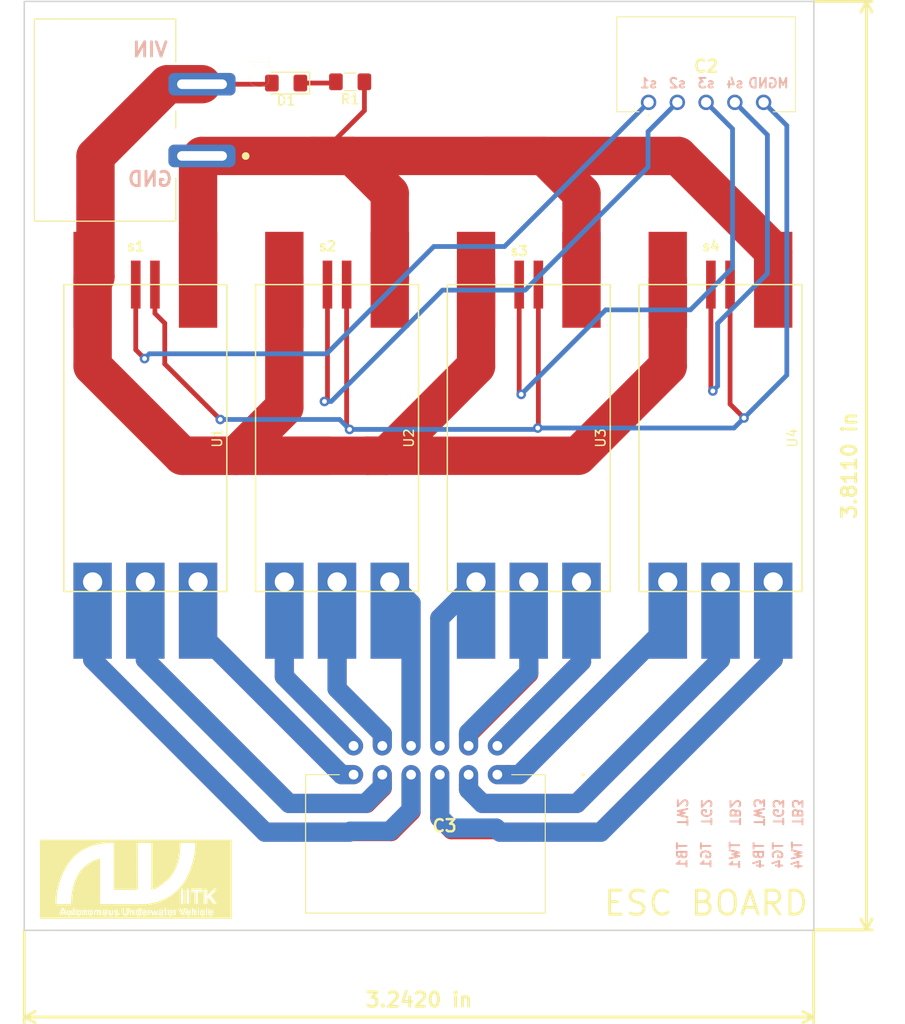
<source format=kicad_pcb>
(kicad_pcb (version 20171130) (host pcbnew "(5.0.2)-1")

  (general
    (thickness 1.6)
    (drawings 61)
    (tracks 196)
    (zones 0)
    (modules 10)
    (nets 21)
  )

  (page A4)
  (layers
    (0 F.Cu signal)
    (31 B.Cu signal)
    (32 B.Adhes user)
    (33 F.Adhes user)
    (34 B.Paste user)
    (35 F.Paste user)
    (36 B.SilkS user)
    (37 F.SilkS user)
    (38 B.Mask user)
    (39 F.Mask user)
    (40 Dwgs.User user)
    (41 Cmts.User user)
    (42 Eco1.User user)
    (43 Eco2.User user)
    (44 Edge.Cuts user)
    (45 Margin user)
    (46 B.CrtYd user)
    (47 F.CrtYd user)
    (48 B.Fab user)
    (49 F.Fab user)
  )

  (setup
    (last_trace_width 0.5)
    (trace_clearance 0.25)
    (zone_clearance 0.508)
    (zone_45_only no)
    (trace_min 0.2)
    (segment_width 0.2)
    (edge_width 0.15)
    (via_size 1)
    (via_drill 0.5)
    (via_min_size 0.4)
    (via_min_drill 0.3)
    (uvia_size 0.3)
    (uvia_drill 0.1)
    (uvias_allowed no)
    (uvia_min_size 0.2)
    (uvia_min_drill 0.1)
    (pcb_text_width 0.3)
    (pcb_text_size 1.5 1.5)
    (mod_edge_width 0.15)
    (mod_text_size 1 1)
    (mod_text_width 0.15)
    (pad_size 4 7)
    (pad_drill 0)
    (pad_to_mask_clearance 0.051)
    (solder_mask_min_width 0.25)
    (aux_axis_origin 0 0)
    (visible_elements 7FFFFFFF)
    (pcbplotparams
      (layerselection 0x010fc_ffffffff)
      (usegerberextensions false)
      (usegerberattributes false)
      (usegerberadvancedattributes false)
      (creategerberjobfile false)
      (excludeedgelayer true)
      (linewidth 0.100000)
      (plotframeref false)
      (viasonmask false)
      (mode 1)
      (useauxorigin false)
      (hpglpennumber 1)
      (hpglpenspeed 20)
      (hpglpendiameter 15.000000)
      (psnegative false)
      (psa4output false)
      (plotreference true)
      (plotvalue true)
      (plotinvisibletext false)
      (padsonsilk false)
      (subtractmaskfromsilk false)
      (outputformat 1)
      (mirror false)
      (drillshape 1)
      (scaleselection 1)
      (outputdirectory ""))
  )

  (net 0 "")
  (net 1 /GND)
  (net 2 /VIN)
  (net 3 /SPEED1)
  (net 4 /SPEED2)
  (net 5 /SPEED3)
  (net 6 /SPEED4)
  (net 7 /MGND)
  (net 8 /TB3)
  (net 9 /TG3)
  (net 10 /TW3)
  (net 11 /TB2)
  (net 12 /TG2)
  (net 13 /TW2)
  (net 14 /TW4)
  (net 15 /TG4)
  (net 16 /TB4)
  (net 17 /TW1)
  (net 18 /TG1)
  (net 19 /TB1)
  (net 20 "Net-(D1-Pad1)")

  (net_class Default "This is the default net class."
    (clearance 0.25)
    (trace_width 0.5)
    (via_dia 1)
    (via_drill 0.5)
    (uvia_dia 0.3)
    (uvia_drill 0.1)
    (add_net /GND)
    (add_net /MGND)
    (add_net /SPEED1)
    (add_net /SPEED2)
    (add_net /SPEED3)
    (add_net /SPEED4)
    (add_net /TB1)
    (add_net /TB2)
    (add_net /TB3)
    (add_net /TB4)
    (add_net /TG1)
    (add_net /TG2)
    (add_net /TG3)
    (add_net /TG4)
    (add_net /TW1)
    (add_net /TW2)
    (add_net /TW3)
    (add_net /TW4)
    (add_net /VIN)
    (add_net "Net-(D1-Pad1)")
  )

  (module ESC:ESC_footprint (layer F.Cu) (tedit 5FEB5B1C) (tstamp 60042350)
    (at 140 95)
    (path /5FEA04B8)
    (fp_text reference U4 (at 16 -16 90) (layer F.SilkS)
      (effects (font (size 1 1) (thickness 0.15)))
    )
    (fp_text value ESCPINS (at 2 -17 90) (layer F.Fab)
      (effects (font (size 1 1) (thickness 0.15)))
    )
    (fp_line (start 0 0) (end 17 0) (layer F.SilkS) (width 0.15))
    (fp_line (start 17 0) (end 17 -32) (layer F.SilkS) (width 0.15))
    (fp_line (start 17 -32) (end 0 -32) (layer F.SilkS) (width 0.15))
    (fp_line (start 0 -32) (end 0 0) (layer F.SilkS) (width 0.15))
    (pad 3 thru_hole rect (at 3 -1) (size 4 10) (drill 2 (offset 0 3)) (layers *.Cu *.Mask)
      (net 14 /TW4))
    (pad 2 thru_hole rect (at 8.5 -1) (size 4 10) (drill 2 (offset 0 3)) (layers *.Cu *.Mask)
      (net 15 /TG4))
    (pad 1 thru_hole rect (at 14 -1) (size 4 10) (drill 2 (offset 0 3)) (layers *.Cu *.Mask)
      (net 16 /TB4))
    (pad 6 smd rect (at 3 -32.5) (size 4 10) (layers F.Cu F.Paste F.Mask)
      (net 2 /VIN))
    (pad 7 smd rect (at 14 -32.5) (size 4 10) (layers F.Cu F.Paste F.Mask)
      (net 1 /GND))
    (pad 4 smd rect (at 7.5 -32) (size 1 5) (layers F.Cu F.Paste F.Mask)
      (net 6 /SPEED4))
    (pad 5 smd rect (at 9.5 -32) (size 1 5) (layers F.Cu F.Paste F.Mask)
      (net 7 /MGND))
    (model "D:/AUV/New Electrical design/electrical-systems/ESC-board/3D_models/ESC_BESC30-R3.STEP"
      (offset (xyz 0 33 5.5))
      (scale (xyz 1 1 1))
      (rotate (xyz 0 0 -180))
    )
  )

  (module molex:Molex_Microfit_1x5_436500500 (layer F.Cu) (tedit 0) (tstamp 600422BB)
    (at 141 44 180)
    (descr 43650-0500-2)
    (tags Connector)
    (path /5FEA11BD)
    (fp_text reference C2 (at -6 3.77 180) (layer F.SilkS)
      (effects (font (size 1.27 1.27) (thickness 0.254)))
    )
    (fp_text value 1x5_connector (at -6 3.77 180) (layer F.SilkS) hide
      (effects (font (size 1.27 1.27) (thickness 0.254)))
    )
    (fp_text user %R (at -6 3.77 180) (layer F.Fab)
      (effects (font (size 1.27 1.27) (thickness 0.254)))
    )
    (fp_line (start -15.32 -0.98) (end 3.32 -0.98) (layer F.Fab) (width 0.2))
    (fp_line (start 3.32 -0.98) (end 3.32 8.92) (layer F.Fab) (width 0.2))
    (fp_line (start 3.32 8.92) (end -15.32 8.92) (layer F.Fab) (width 0.2))
    (fp_line (start -15.32 8.92) (end -15.32 -0.98) (layer F.Fab) (width 0.2))
    (fp_line (start -16.32 -2.38) (end 4.32 -2.38) (layer F.CrtYd) (width 0.1))
    (fp_line (start 4.32 -2.38) (end 4.32 9.92) (layer F.CrtYd) (width 0.1))
    (fp_line (start 4.32 9.92) (end -16.32 9.92) (layer F.CrtYd) (width 0.1))
    (fp_line (start -16.32 9.92) (end -16.32 -2.38) (layer F.CrtYd) (width 0.1))
    (fp_line (start -13 -0.98) (end -15.32 -0.98) (layer F.SilkS) (width 0.1))
    (fp_line (start -15.32 -0.98) (end -15.32 8.92) (layer F.SilkS) (width 0.1))
    (fp_line (start -15.32 8.92) (end 3.32 8.92) (layer F.SilkS) (width 0.1))
    (fp_line (start 3.32 8.92) (end 3.32 -0.98) (layer F.SilkS) (width 0.1))
    (fp_line (start 3.32 -0.98) (end 1.5 -0.98) (layer F.SilkS) (width 0.1))
    (fp_line (start 1 -0.98) (end 1.5 -0.98) (layer F.SilkS) (width 0.1))
    (fp_line (start 0 -1.28) (end 0 -1.28) (layer F.SilkS) (width 0.1))
    (fp_line (start 0 -1.38) (end 0 -1.38) (layer F.SilkS) (width 0.1))
    (fp_arc (start 0 -1.33) (end 0 -1.28) (angle 180) (layer F.SilkS) (width 0.1))
    (fp_arc (start 0 -1.33) (end 0 -1.38) (angle 180) (layer F.SilkS) (width 0.1))
    (pad 1 thru_hole circle (at 0 0 180) (size 1.605 1.605) (drill 1.07) (layers *.Cu *.Mask)
      (net 3 /SPEED1))
    (pad 2 thru_hole circle (at -3 0 180) (size 1.605 1.605) (drill 1.07) (layers *.Cu *.Mask)
      (net 4 /SPEED2))
    (pad 3 thru_hole circle (at -6 0 180) (size 1.605 1.605) (drill 1.07) (layers *.Cu *.Mask)
      (net 5 /SPEED3))
    (pad 4 thru_hole circle (at -9 0 180) (size 1.605 1.605) (drill 1.07) (layers *.Cu *.Mask)
      (net 6 /SPEED4))
    (pad 5 thru_hole circle (at -12 0 180) (size 1.605 1.605) (drill 1.07) (layers *.Cu *.Mask)
      (net 7 /MGND))
    (pad MH1 np_thru_hole circle (at -2.15 4.32 180) (size 3.05 0) (drill 3.05) (layers *.Cu *.Mask))
    (pad MH2 np_thru_hole circle (at -9.85 4.32 180) (size 3.05 0) (drill 3.05) (layers *.Cu *.Mask))
    (model 43650-0500.stp
      (offset (xyz -5.999999909888917 -4.010000168657741 2.28999992746067))
      (scale (xyz 1 1 1))
      (rotate (xyz -90 0 0))
    )
    (model "D:/AUV/New Electrical design/electrical-systems/ESC-board/3D_models/Molex_Microfit_1x5_436500500.stp"
      (offset (xyz -6 -4 3))
      (scale (xyz 1 1 1))
      (rotate (xyz -90 0 0))
    )
  )

  (module ESC:ESC_footprint (layer F.Cu) (tedit 5FEB5B1C) (tstamp 60042323)
    (at 80 95)
    (path /5FEA0291)
    (fp_text reference U1 (at 16 -16 90) (layer F.SilkS)
      (effects (font (size 1 1) (thickness 0.15)))
    )
    (fp_text value ESCPINS (at 2 -17 90) (layer F.Fab)
      (effects (font (size 1 1) (thickness 0.15)))
    )
    (fp_line (start 0 -32) (end 0 0) (layer F.SilkS) (width 0.15))
    (fp_line (start 17 -32) (end 0 -32) (layer F.SilkS) (width 0.15))
    (fp_line (start 17 0) (end 17 -32) (layer F.SilkS) (width 0.15))
    (fp_line (start 0 0) (end 17 0) (layer F.SilkS) (width 0.15))
    (pad 5 smd rect (at 9.5 -32) (size 1 5) (layers F.Cu F.Paste F.Mask)
      (net 7 /MGND))
    (pad 4 smd rect (at 7.5 -32) (size 1 5) (layers F.Cu F.Paste F.Mask)
      (net 3 /SPEED1))
    (pad 7 smd rect (at 14 -32.5) (size 4 10) (layers F.Cu F.Paste F.Mask)
      (net 1 /GND))
    (pad 6 smd rect (at 3 -32.5) (size 4 10) (layers F.Cu F.Paste F.Mask)
      (net 2 /VIN))
    (pad 1 thru_hole rect (at 14 -1) (size 4 10) (drill 2 (offset 0 3)) (layers *.Cu *.Mask)
      (net 19 /TB1))
    (pad 2 thru_hole rect (at 8.5 -1) (size 4 10) (drill 2 (offset 0 3)) (layers *.Cu *.Mask)
      (net 18 /TG1))
    (pad 3 thru_hole rect (at 3 -1) (size 4 10) (drill 2 (offset 0 3)) (layers *.Cu *.Mask)
      (net 17 /TW1))
    (model "D:/AUV/New Electrical design/electrical-systems/ESC-board/3D_models/ESC_BESC30-R3.STEP"
      (offset (xyz 0 33 5.5))
      (scale (xyz 1 1 1))
      (rotate (xyz 0 0 -180))
    )
  )

  (module molex:Molex_microfit_2x6_444281201 (layer F.Cu) (tedit 0) (tstamp 60042ECB)
    (at 125.222 114.0968)
    (descr 44428-1201-2)
    (tags Connector)
    (path /5FEA0F57)
    (fp_text reference C3 (at -5.5 5.332) (layer F.SilkS)
      (effects (font (size 1.27 1.27) (thickness 0.254)))
    )
    (fp_text value 6x2_connector (at -5.5 5.332) (layer F.SilkS) hide
      (effects (font (size 1.27 1.27) (thickness 0.254)))
    )
    (fp_text user %R (at -5.5 5.332) (layer F.Fab)
      (effects (font (size 1.27 1.27) (thickness 0.254)))
    )
    (fp_line (start -20 14.43) (end 5 14.43) (layer F.Fab) (width 0.2))
    (fp_line (start 5 14.43) (end 5 0) (layer F.Fab) (width 0.2))
    (fp_line (start 5 0) (end -20 0) (layer F.Fab) (width 0.2))
    (fp_line (start -20 0) (end -20 14.43) (layer F.Fab) (width 0.2))
    (fp_line (start -16.5 0) (end -20 0) (layer F.SilkS) (width 0.1))
    (fp_line (start -20 0) (end -20 0) (layer F.SilkS) (width 0.1))
    (fp_line (start -20 0) (end -16.5 0) (layer F.SilkS) (width 0.1))
    (fp_line (start -16.5 0) (end -16.5 0) (layer F.SilkS) (width 0.1))
    (fp_line (start -20 14.43) (end 5 14.43) (layer F.SilkS) (width 0.1))
    (fp_line (start 5 14.43) (end 5 14.43) (layer F.SilkS) (width 0.1))
    (fp_line (start 5 14.43) (end -20 14.43) (layer F.SilkS) (width 0.1))
    (fp_line (start -20 14.43) (end -20 14.43) (layer F.SilkS) (width 0.1))
    (fp_line (start 5 0) (end 1.5 0) (layer F.SilkS) (width 0.1))
    (fp_line (start 1.5 0) (end 1.5 0) (layer F.SilkS) (width 0.1))
    (fp_line (start 1.5 0) (end 5 0) (layer F.SilkS) (width 0.1))
    (fp_line (start 5 0) (end 5 0) (layer F.SilkS) (width 0.1))
    (fp_line (start -21 -4.765) (end 10 -4.765) (layer F.CrtYd) (width 0.1))
    (fp_line (start 10 -4.765) (end 10 15.43) (layer F.CrtYd) (width 0.1))
    (fp_line (start 10 15.43) (end -21 15.43) (layer F.CrtYd) (width 0.1))
    (fp_line (start -21 15.43) (end -21 -4.765) (layer F.CrtYd) (width 0.1))
    (fp_line (start -20 0) (end -20 0) (layer F.SilkS) (width 0.1))
    (fp_line (start -20 0) (end -20 14.43) (layer F.SilkS) (width 0.1))
    (fp_line (start -20 14.43) (end -20 14.43) (layer F.SilkS) (width 0.1))
    (fp_line (start -20 14.43) (end -20 0) (layer F.SilkS) (width 0.1))
    (fp_line (start 5 14.43) (end 5 14.43) (layer F.SilkS) (width 0.1))
    (fp_line (start 5 14.43) (end 5 0) (layer F.SilkS) (width 0.1))
    (fp_line (start 5 0) (end 5 0) (layer F.SilkS) (width 0.1))
    (fp_line (start 5 0) (end 5 14.43) (layer F.SilkS) (width 0.1))
    (fp_line (start 8.9 0) (end 8.9 0) (layer F.SilkS) (width 0.2))
    (fp_line (start 9 0) (end 9 0) (layer F.SilkS) (width 0.2))
    (fp_line (start 8.9 0) (end 8.9 0) (layer F.SilkS) (width 0.2))
    (fp_arc (start 8.95 0) (end 8.9 0) (angle -180) (layer F.SilkS) (width 0.2))
    (fp_arc (start 8.95 0) (end 9 0) (angle -180) (layer F.SilkS) (width 0.2))
    (fp_arc (start 8.95 0) (end 8.9 0) (angle -180) (layer F.SilkS) (width 0.2))
    (pad 1 thru_hole circle (at 0 0) (size 1.53 1.53) (drill 1.02) (layers *.Cu *.Mask)
      (net 14 /TW4))
    (pad 2 thru_hole circle (at -3 0) (size 1.53 1.53) (drill 1.02) (layers *.Cu *.Mask)
      (net 15 /TG4))
    (pad 3 thru_hole circle (at -6 0) (size 1.53 1.53) (drill 1.02) (layers *.Cu *.Mask)
      (net 16 /TB4))
    (pad 4 thru_hole circle (at -9 0) (size 1.53 1.53) (drill 1.02) (layers *.Cu *.Mask)
      (net 17 /TW1))
    (pad 5 thru_hole circle (at -12 0) (size 1.53 1.53) (drill 1.02) (layers *.Cu *.Mask)
      (net 18 /TG1))
    (pad 6 thru_hole circle (at -15 0) (size 1.53 1.53) (drill 1.02) (layers *.Cu *.Mask)
      (net 19 /TB1))
    (pad 7 thru_hole circle (at 0 -3) (size 1.53 1.53) (drill 1.02) (layers *.Cu *.Mask)
      (net 8 /TB3))
    (pad 8 thru_hole circle (at -3 -3) (size 1.53 1.53) (drill 1.02) (layers *.Cu *.Mask)
      (net 9 /TG3))
    (pad 9 thru_hole circle (at -6 -3) (size 1.53 1.53) (drill 1.02) (layers *.Cu *.Mask)
      (net 10 /TW3))
    (pad 10 thru_hole circle (at -9 -3) (size 1.53 1.53) (drill 1.02) (layers *.Cu *.Mask)
      (net 11 /TB2))
    (pad 11 thru_hole circle (at -12 -3) (size 1.53 1.53) (drill 1.02) (layers *.Cu *.Mask)
      (net 12 /TG2))
    (pad 12 thru_hole circle (at -15 -3) (size 1.53 1.53) (drill 1.02) (layers *.Cu *.Mask)
      (net 13 /TW2))
    (pad MH1 np_thru_hole circle (at -12.84 8.53) (size 3 0) (drill 3) (layers *.Cu *.Mask))
    (pad MH2 np_thru_hole circle (at -2.16 8.53) (size 3 0) (drill 3) (layers *.Cu *.Mask))
    (model 44428-1201.stp
      (at (xyz 0 0 0))
      (scale (xyz 1 1 1))
      (rotate (xyz 0 0 0))
    )
    (model "D:/AUV/New Electrical design/electrical-systems/ESC-board/3D_models/Molex_microfit_2x6_444281201.stp"
      (offset (xyz -7.5 -9 7))
      (scale (xyz 1 1 1))
      (rotate (xyz -90 0 0))
    )
  )

  (module Diode_SMD:D_1206_3216Metric_Pad1.42x1.75mm_HandSolder (layer F.Cu) (tedit 5B4B45C8) (tstamp 6010987D)
    (at 103.1859 41.9862 180)
    (descr "Diode SMD 1206 (3216 Metric), square (rectangular) end terminal, IPC_7351 nominal, (Body size source: http://www.tortai-tech.com/upload/download/2011102023233369053.pdf), generated with kicad-footprint-generator")
    (tags "diode handsolder")
    (path /5FEA1FA2)
    (attr smd)
    (fp_text reference D1 (at 0 -1.82 180) (layer F.SilkS)
      (effects (font (size 1 1) (thickness 0.15)))
    )
    (fp_text value LED (at 0 1.82 180) (layer F.Fab)
      (effects (font (size 1 1) (thickness 0.15)))
    )
    (fp_text user %R (at 0 0 180) (layer F.Fab)
      (effects (font (size 0.8 0.8) (thickness 0.12)))
    )
    (fp_line (start 2.45 1.12) (end -2.45 1.12) (layer F.CrtYd) (width 0.05))
    (fp_line (start 2.45 -1.12) (end 2.45 1.12) (layer F.CrtYd) (width 0.05))
    (fp_line (start -2.45 -1.12) (end 2.45 -1.12) (layer F.CrtYd) (width 0.05))
    (fp_line (start -2.45 1.12) (end -2.45 -1.12) (layer F.CrtYd) (width 0.05))
    (fp_line (start -2.46 1.135) (end 1.6 1.135) (layer F.SilkS) (width 0.12))
    (fp_line (start -2.46 -1.135) (end -2.46 1.135) (layer F.SilkS) (width 0.12))
    (fp_line (start 1.6 -1.135) (end -2.46 -1.135) (layer F.SilkS) (width 0.12))
    (fp_line (start 1.6 0.8) (end 1.6 -0.8) (layer F.Fab) (width 0.1))
    (fp_line (start -1.6 0.8) (end 1.6 0.8) (layer F.Fab) (width 0.1))
    (fp_line (start -1.6 -0.4) (end -1.6 0.8) (layer F.Fab) (width 0.1))
    (fp_line (start -1.2 -0.8) (end -1.6 -0.4) (layer F.Fab) (width 0.1))
    (fp_line (start 1.6 -0.8) (end -1.2 -0.8) (layer F.Fab) (width 0.1))
    (pad 2 smd roundrect (at 1.4875 0 180) (size 1.425 1.75) (layers F.Cu F.Paste F.Mask) (roundrect_rratio 0.175439)
      (net 2 /VIN))
    (pad 1 smd roundrect (at -1.4875 0 180) (size 1.425 1.75) (layers F.Cu F.Paste F.Mask) (roundrect_rratio 0.175439)
      (net 20 "Net-(D1-Pad1)"))
    (model ${KISYS3DMOD}/Diode_SMD.3dshapes/D_1206_3216Metric.wrl
      (at (xyz 0 0 0))
      (scale (xyz 1 1 1))
      (rotate (xyz 0 0 0))
    )
  )

  (module Resistor_SMD:R_1206_3216Metric_Pad1.42x1.75mm_HandSolder (layer F.Cu) (tedit 5B301BBD) (tstamp 60042314)
    (at 109.8661 41.8592 180)
    (descr "Resistor SMD 1206 (3216 Metric), square (rectangular) end terminal, IPC_7351 nominal with elongated pad for handsoldering. (Body size source: http://www.tortai-tech.com/upload/download/2011102023233369053.pdf), generated with kicad-footprint-generator")
    (tags "resistor handsolder")
    (path /5FEA2178)
    (attr smd)
    (fp_text reference R1 (at 0 -1.82 180) (layer F.SilkS)
      (effects (font (size 1 1) (thickness 0.15)))
    )
    (fp_text value R (at 0 1.82 180) (layer F.Fab)
      (effects (font (size 1 1) (thickness 0.15)))
    )
    (fp_line (start -1.6 0.8) (end -1.6 -0.8) (layer F.Fab) (width 0.1))
    (fp_line (start -1.6 -0.8) (end 1.6 -0.8) (layer F.Fab) (width 0.1))
    (fp_line (start 1.6 -0.8) (end 1.6 0.8) (layer F.Fab) (width 0.1))
    (fp_line (start 1.6 0.8) (end -1.6 0.8) (layer F.Fab) (width 0.1))
    (fp_line (start -0.602064 -0.91) (end 0.602064 -0.91) (layer F.SilkS) (width 0.12))
    (fp_line (start -0.602064 0.91) (end 0.602064 0.91) (layer F.SilkS) (width 0.12))
    (fp_line (start -2.45 1.12) (end -2.45 -1.12) (layer F.CrtYd) (width 0.05))
    (fp_line (start -2.45 -1.12) (end 2.45 -1.12) (layer F.CrtYd) (width 0.05))
    (fp_line (start 2.45 -1.12) (end 2.45 1.12) (layer F.CrtYd) (width 0.05))
    (fp_line (start 2.45 1.12) (end -2.45 1.12) (layer F.CrtYd) (width 0.05))
    (fp_text user %R (at 0 0 180) (layer F.Fab)
      (effects (font (size 0.8 0.8) (thickness 0.12)))
    )
    (pad 1 smd roundrect (at -1.4875 0 180) (size 1.425 1.75) (layers F.Cu F.Paste F.Mask) (roundrect_rratio 0.175439)
      (net 1 /GND))
    (pad 2 smd roundrect (at 1.4875 0 180) (size 1.425 1.75) (layers F.Cu F.Paste F.Mask) (roundrect_rratio 0.175439)
      (net 20 "Net-(D1-Pad1)"))
    (model ${KISYS3DMOD}/Resistor_SMD.3dshapes/R_1206_3216Metric.wrl
      (at (xyz 0 0 0))
      (scale (xyz 1 1 1))
      (rotate (xyz 0 0 0))
    )
  )

  (module ESC:ESC_footprint (layer F.Cu) (tedit 5FEB5B1C) (tstamp 60042332)
    (at 100 95)
    (path /5FEA037F)
    (fp_text reference U2 (at 16 -16 90) (layer F.SilkS)
      (effects (font (size 1 1) (thickness 0.15)))
    )
    (fp_text value ESCPINS (at 2 -17 90) (layer F.Fab)
      (effects (font (size 1 1) (thickness 0.15)))
    )
    (fp_line (start 0 0) (end 17 0) (layer F.SilkS) (width 0.15))
    (fp_line (start 17 0) (end 17 -32) (layer F.SilkS) (width 0.15))
    (fp_line (start 17 -32) (end 0 -32) (layer F.SilkS) (width 0.15))
    (fp_line (start 0 -32) (end 0 0) (layer F.SilkS) (width 0.15))
    (pad 3 thru_hole rect (at 3 -1) (size 4 10) (drill 2 (offset 0 3)) (layers *.Cu *.Mask)
      (net 13 /TW2))
    (pad 2 thru_hole rect (at 8.5 -1) (size 4 10) (drill 2 (offset 0 3)) (layers *.Cu *.Mask)
      (net 12 /TG2))
    (pad 1 thru_hole rect (at 14 -1) (size 4 10) (drill 2 (offset 0 3)) (layers *.Cu *.Mask)
      (net 11 /TB2))
    (pad 6 smd rect (at 3 -32.5) (size 4 10) (layers F.Cu F.Paste F.Mask)
      (net 2 /VIN))
    (pad 7 smd rect (at 14 -32.5) (size 4 10) (layers F.Cu F.Paste F.Mask)
      (net 1 /GND))
    (pad 4 smd rect (at 7.5 -32) (size 1 5) (layers F.Cu F.Paste F.Mask)
      (net 4 /SPEED2))
    (pad 5 smd rect (at 9.5 -32) (size 1 5) (layers F.Cu F.Paste F.Mask)
      (net 7 /MGND))
    (model "D:/AUV/New Electrical design/electrical-systems/ESC-board/3D_models/ESC_BESC30-R3.STEP"
      (offset (xyz 0 33 5.5))
      (scale (xyz 1 1 1))
      (rotate (xyz 0 0 180))
    )
  )

  (module ESC:ESC_footprint (layer F.Cu) (tedit 5FEB5B1C) (tstamp 60042341)
    (at 120 95)
    (path /5FEA0417)
    (fp_text reference U3 (at 16 -16 90) (layer F.SilkS)
      (effects (font (size 1 1) (thickness 0.15)))
    )
    (fp_text value ESCPINS (at 2 -17 90) (layer F.Fab)
      (effects (font (size 1 1) (thickness 0.15)))
    )
    (fp_line (start 0 -32) (end 0 0) (layer F.SilkS) (width 0.15))
    (fp_line (start 17 -32) (end 0 -32) (layer F.SilkS) (width 0.15))
    (fp_line (start 17 0) (end 17 -32) (layer F.SilkS) (width 0.15))
    (fp_line (start 0 0) (end 17 0) (layer F.SilkS) (width 0.15))
    (pad 5 smd rect (at 9.5 -32) (size 1 5) (layers F.Cu F.Paste F.Mask)
      (net 7 /MGND))
    (pad 4 smd rect (at 7.5 -32) (size 1 5) (layers F.Cu F.Paste F.Mask)
      (net 5 /SPEED3))
    (pad 7 smd rect (at 14 -32.5) (size 4 10) (layers F.Cu F.Paste F.Mask)
      (net 1 /GND))
    (pad 6 smd rect (at 3 -32.5) (size 4 10) (layers F.Cu F.Paste F.Mask)
      (net 2 /VIN))
    (pad 1 thru_hole rect (at 14 -1) (size 4 10) (drill 2 (offset 0 3)) (layers *.Cu *.Mask)
      (net 8 /TB3))
    (pad 2 thru_hole rect (at 8.5 -1) (size 4 10) (drill 2 (offset 0 3)) (layers *.Cu *.Mask)
      (net 9 /TG3))
    (pad 3 thru_hole rect (at 3 -1) (size 4 10) (drill 2 (offset 0 3)) (layers *.Cu *.Mask)
      (net 10 /TW3))
    (model "D:/AUV/New Electrical design/electrical-systems/ESC-board/3D_models/ESC_BESC30-R3.STEP"
      (offset (xyz 0 33 5.5))
      (scale (xyz 1 1 1))
      (rotate (xyz 0 0 -180))
    )
  )

  (module molex:molex_supersabre_1x2_172043-0201 (layer F.Cu) (tedit 5FEB8554) (tstamp 601093B9)
    (at 94.4118 45.847 270)
    (path /5FEA16F4)
    (fp_text reference C1 (at -5.032625 -6.051505 270) (layer F.SilkS)
      (effects (font (size 2.001819 2.001819) (thickness 0.015)))
    )
    (fp_text value 1x2_connector (at 10.98388 19.87684 270) (layer F.Fab)
      (effects (font (size 2.001795 2.001795) (thickness 0.015)))
    )
    (fp_line (start -0.97 2.735) (end 0.843 2.735) (layer F.SilkS) (width 0.127))
    (fp_line (start -10.54 2.735) (end -6.06 2.735) (layer F.SilkS) (width 0.127))
    (fp_line (start 6.06 2.735) (end 10.54 2.735) (layer F.SilkS) (width 0.127))
    (fp_circle (center 3.748 -4.556) (end 3.948 -4.556) (layer F.SilkS) (width 0.4))
    (fp_line (start 10.79 -4) (end 10.79 17.74) (layer F.CrtYd) (width 0.05))
    (fp_line (start -10.79 -4) (end 10.79 -4) (layer F.CrtYd) (width 0.05))
    (fp_line (start -10.79 17.74) (end -10.79 -4) (layer F.CrtYd) (width 0.05))
    (fp_line (start 10.79 17.74) (end -10.79 17.74) (layer F.CrtYd) (width 0.05))
    (fp_line (start 10.54 2.735) (end 10.54 17.49) (layer F.SilkS) (width 0.127))
    (fp_line (start -10.54 17.49) (end -10.54 2.735) (layer F.SilkS) (width 0.127))
    (fp_line (start 10.54 17.49) (end -10.54 17.49) (layer F.SilkS) (width 0.127))
    (fp_line (start -10.54 17.49) (end 10.54 17.49) (layer F.Fab) (width 0.127))
    (fp_line (start -10.54 2.735) (end -10.54 17.49) (layer F.Fab) (width 0.127))
    (fp_line (start 10.54 2.735) (end -10.54 2.735) (layer F.Fab) (width 0.127))
    (fp_line (start 10.54 17.49) (end 10.54 2.735) (layer F.Fab) (width 0.127))
    (pad 2 thru_hole roundrect (at 3.74 0 270) (size 2.35 7) (drill oval 1 5.2) (layers *.Cu *.Mask) (roundrect_rratio 0.25)
      (net 1 /GND))
    (pad 1 thru_hole roundrect (at -3.74 0 270) (size 2.35 7) (drill oval 1 5.2) (layers *.Cu *.Mask) (roundrect_rratio 0.25)
      (net 2 /VIN))
    (pad None np_thru_hole circle (at -8.545 14.715 270) (size 3 3) (drill 3) (layers *.Cu *.Mask))
    (pad None np_thru_hole circle (at 8.545 14.715 270) (size 3 3) (drill 3) (layers *.Cu *.Mask))
    (model "D:/AUV/New Electrical design/electrical-systems/ESC-board/3D_models/molex_supersabre_1x2_172043-0201.stp"
      (offset (xyz 48.5 -12.5 26.5))
      (scale (xyz 1 1 1))
      (rotate (xyz 90 0 180))
    )
  )

  (module logo:AUV_logo (layer F.Cu) (tedit 0) (tstamp 5FEC823C)
    (at 87.5 125)
    (fp_text reference G*** (at -7 -5.5) (layer F.SilkS) hide
      (effects (font (size 1.524 1.524) (thickness 0.3)))
    )
    (fp_text value LOGO (at 3.5 -5.5) (layer F.SilkS) hide
      (effects (font (size 1.524 1.524) (thickness 0.3)))
    )
    (fp_poly (pts (xy -7.580626 3.177479) (xy -7.572746 3.19289) (xy -7.561192 3.222168) (xy -7.544613 3.26753)
      (xy -7.536954 3.28878) (xy -7.520142 3.336879) (xy -7.506696 3.378099) (xy -7.497759 3.408716)
      (xy -7.494473 3.425009) (xy -7.494697 3.42646) (xy -7.506167 3.429825) (xy -7.532082 3.432244)
      (xy -7.566587 3.433653) (xy -7.603826 3.433987) (xy -7.637944 3.433181) (xy -7.663085 3.431172)
      (xy -7.673068 3.428426) (xy -7.672186 3.417123) (xy -7.665337 3.391075) (xy -7.653742 3.354541)
      (xy -7.643194 3.324286) (xy -7.626784 3.27875) (xy -7.611687 3.23678) (xy -7.600063 3.204387)
      (xy -7.595731 3.19226) (xy -7.590768 3.179382) (xy -7.586183 3.173716) (xy -7.580626 3.177479)) (layer F.SilkS) (width 0.01))
    (fp_poly (pts (xy 7.879852 3.325635) (xy 7.915928 3.356488) (xy 7.929907 3.376186) (xy 7.941478 3.398723)
      (xy 7.943409 3.414585) (xy 7.93352 3.424912) (xy 7.909628 3.430843) (xy 7.869552 3.433516)
      (xy 7.819038 3.43408) (xy 7.77245 3.433378) (xy 7.733756 3.431472) (xy 7.707215 3.428661)
      (xy 7.697204 3.425545) (xy 7.697914 3.410007) (xy 7.708943 3.385765) (xy 7.726638 3.358871)
      (xy 7.747346 3.335374) (xy 7.756147 3.327912) (xy 7.795468 3.310098) (xy 7.8382 3.309755)
      (xy 7.879852 3.325635)) (layer F.SilkS) (width 0.01))
    (fp_poly (pts (xy 5.583692 3.325635) (xy 5.619768 3.356488) (xy 5.633747 3.376186) (xy 5.645318 3.398723)
      (xy 5.647249 3.414585) (xy 5.63736 3.424912) (xy 5.613468 3.430843) (xy 5.573392 3.433516)
      (xy 5.522878 3.43408) (xy 5.47629 3.433378) (xy 5.437596 3.431472) (xy 5.411055 3.428661)
      (xy 5.401044 3.425545) (xy 5.401754 3.410007) (xy 5.412783 3.385765) (xy 5.430478 3.358871)
      (xy 5.451186 3.335374) (xy 5.459987 3.327912) (xy 5.499308 3.310098) (xy 5.54204 3.309755)
      (xy 5.583692 3.325635)) (layer F.SilkS) (width 0.01))
    (fp_poly (pts (xy 3.643132 3.325635) (xy 3.679208 3.356488) (xy 3.693187 3.376186) (xy 3.704758 3.398723)
      (xy 3.706689 3.414585) (xy 3.6968 3.424912) (xy 3.672908 3.430843) (xy 3.632832 3.433516)
      (xy 3.582318 3.43408) (xy 3.53573 3.433378) (xy 3.497036 3.431472) (xy 3.470495 3.428661)
      (xy 3.460484 3.425545) (xy 3.461194 3.410007) (xy 3.472223 3.385765) (xy 3.489918 3.358871)
      (xy 3.510626 3.335374) (xy 3.519427 3.327912) (xy 3.558748 3.310098) (xy 3.60148 3.309755)
      (xy 3.643132 3.325635)) (layer F.SilkS) (width 0.01))
    (fp_poly (pts (xy 2.733002 3.537222) (xy 2.723764 3.582657) (xy 2.698995 3.620823) (xy 2.662943 3.649088)
      (xy 2.619861 3.664821) (xy 2.573999 3.66539) (xy 2.542319 3.655261) (xy 2.519884 3.634396)
      (xy 2.511557 3.604087) (xy 2.518919 3.570886) (xy 2.521018 3.566864) (xy 2.540256 3.545653)
      (xy 2.572695 3.529509) (xy 2.620862 3.517472) (xy 2.66954 3.51048) (xy 2.73304 3.503204)
      (xy 2.733002 3.537222)) (layer F.SilkS) (width 0.01))
    (fp_poly (pts (xy 0.940572 3.325635) (xy 0.976648 3.356488) (xy 0.990627 3.376186) (xy 1.002198 3.398723)
      (xy 1.004129 3.414585) (xy 0.99424 3.424912) (xy 0.970348 3.430843) (xy 0.930272 3.433516)
      (xy 0.879758 3.43408) (xy 0.83317 3.433378) (xy 0.794476 3.431472) (xy 0.767935 3.428661)
      (xy 0.757924 3.425545) (xy 0.758634 3.410007) (xy 0.769663 3.385765) (xy 0.787358 3.358871)
      (xy 0.808066 3.335374) (xy 0.816867 3.327912) (xy 0.856188 3.310098) (xy 0.89892 3.309755)
      (xy 0.940572 3.325635)) (layer F.SilkS) (width 0.01))
    (fp_poly (pts (xy 0.302181 3.311298) (xy 0.340982 3.338149) (xy 0.366673 3.369289) (xy 0.380197 3.395016)
      (xy 0.387723 3.422253) (xy 0.390801 3.45832) (xy 0.39116 3.48488) (xy 0.386772 3.545814)
      (xy 0.3725 3.591919) (xy 0.346682 3.626945) (xy 0.31884 3.648141) (xy 0.27341 3.666431)
      (xy 0.229074 3.664441) (xy 0.18601 3.64219) (xy 0.174468 3.632571) (xy 0.14008 3.589935)
      (xy 0.119347 3.539479) (xy 0.111726 3.485178) (xy 0.116677 3.431012) (xy 0.133658 3.380957)
      (xy 0.162127 3.338992) (xy 0.201542 3.309093) (xy 0.219529 3.30164) (xy 0.259865 3.298285)
      (xy 0.302181 3.311298)) (layer F.SilkS) (width 0.01))
    (fp_poly (pts (xy -3.187037 3.304506) (xy -3.146213 3.320973) (xy -3.111566 3.351898) (xy -3.085594 3.39534)
      (xy -3.070798 3.449359) (xy -3.06832 3.48488) (xy -3.07547 3.543761) (xy -3.095226 3.593435)
      (xy -3.125046 3.631947) (xy -3.162392 3.657342) (xy -3.204723 3.667664) (xy -3.249497 3.660959)
      (xy -3.27853 3.646657) (xy -3.314361 3.612502) (xy -3.33831 3.566658) (xy -3.350395 3.513774)
      (xy -3.350637 3.458497) (xy -3.339053 3.405476) (xy -3.315663 3.359358) (xy -3.280485 3.324793)
      (xy -3.27722 3.322703) (xy -3.231539 3.304436) (xy -3.187037 3.304506)) (layer F.SilkS) (width 0.01))
    (fp_poly (pts (xy -4.711037 3.304506) (xy -4.670213 3.320973) (xy -4.635566 3.351898) (xy -4.609594 3.39534)
      (xy -4.594798 3.449359) (xy -4.59232 3.48488) (xy -4.59947 3.543761) (xy -4.619226 3.593435)
      (xy -4.649046 3.631947) (xy -4.686392 3.657342) (xy -4.728723 3.667664) (xy -4.773497 3.660959)
      (xy -4.80253 3.646657) (xy -4.838361 3.612502) (xy -4.86231 3.566658) (xy -4.874395 3.513774)
      (xy -4.874637 3.458497) (xy -4.863053 3.405476) (xy -4.839663 3.359358) (xy -4.804485 3.324793)
      (xy -4.80122 3.322703) (xy -4.755539 3.304436) (xy -4.711037 3.304506)) (layer F.SilkS) (width 0.01))
    (fp_poly (pts (xy -5.940397 3.304506) (xy -5.899573 3.320973) (xy -5.864926 3.351898) (xy -5.838954 3.39534)
      (xy -5.824158 3.449359) (xy -5.82168 3.48488) (xy -5.82883 3.543761) (xy -5.848586 3.593435)
      (xy -5.878406 3.631947) (xy -5.915752 3.657342) (xy -5.958083 3.667664) (xy -6.002857 3.660959)
      (xy -6.03189 3.646657) (xy -6.067721 3.612502) (xy -6.09167 3.566658) (xy -6.103755 3.513774)
      (xy -6.103997 3.458497) (xy -6.092413 3.405476) (xy -6.069023 3.359358) (xy -6.033845 3.324793)
      (xy -6.03058 3.322703) (xy -5.984899 3.304436) (xy -5.940397 3.304506)) (layer F.SilkS) (width 0.01))
    (fp_poly (pts (xy 9.99744 4.1148) (xy -9.99744 4.1148) (xy -9.99744 3.727529) (xy -7.9248 3.727529)
      (xy -7.923329 3.739742) (xy -7.915814 3.746125) (xy -7.89761 3.748105) (xy -7.864068 3.747109)
      (xy -7.861439 3.746984) (xy -7.798077 3.74396) (xy -7.718579 3.53568) (xy -7.588096 3.53568)
      (xy -7.532979 3.53552) (xy -7.494128 3.536809) (xy -7.467523 3.542197) (xy -7.449146 3.554336)
      (xy -7.434978 3.575875) (xy -7.421 3.609466) (xy -7.403251 3.6576) (xy -7.37108 3.74396)
      (xy -7.307449 3.746988) (xy -7.270347 3.74759) (xy -7.248971 3.74445) (xy -7.238943 3.736775)
      (xy -7.237818 3.734381) (xy -7.239196 3.719605) (xy -7.24716 3.690014) (xy -7.260481 3.649548)
      (xy -7.277934 3.602151) (xy -7.283023 3.589113) (xy -7.302819 3.538817) (xy -7.327863 3.474912)
      (xy -7.356068 3.402741) (xy -7.385347 3.327646) (xy -7.413612 3.254968) (xy -7.417047 3.24612)
      (xy -7.428999 3.21564) (xy -7.15772 3.21564) (xy -7.15772 3.43408) (xy -7.157587 3.506976)
      (xy -7.157026 3.562526) (xy -7.155796 3.603703) (xy -7.153657 3.63348) (xy -7.150369 3.654829)
      (xy -7.145691 3.670723) (xy -7.139381 3.684136) (xy -7.137158 3.68808) (xy -7.104176 3.725903)
      (xy -7.0581 3.752259) (xy -7.003172 3.766275) (xy -6.943636 3.767082) (xy -6.883734 3.753809)
      (xy -6.861311 3.744685) (xy -6.830492 3.731403) (xy -6.813047 3.727329) (xy -6.804641 3.731712)
      (xy -6.80321 3.734624) (xy -6.789568 3.744644) (xy -6.757842 3.748858) (xy -6.746559 3.74904)
      (xy -6.69544 3.74904) (xy -6.69544 3.25628) (xy -6.61416 3.25628) (xy -6.613277 3.283961)
      (xy -6.607425 3.297331) (xy -6.5918 3.302398) (xy -6.57606 3.303926) (xy -6.53796 3.30708)
      (xy -6.5278 3.700012) (xy -6.498836 3.72492) (xy -6.48245 3.73736) (xy -6.465408 3.744515)
      (xy -6.441951 3.747519) (xy -6.40632 3.747503) (xy -6.387076 3.746894) (xy -6.346292 3.745196)
      (xy -6.321546 3.742622) (xy -6.308571 3.73761) (xy -6.303094 3.728596) (xy -6.301006 3.715405)
      (xy -6.304334 3.68302) (xy -6.323191 3.66373) (xy -6.355967 3.6576) (xy -6.386549 3.651674)
      (xy -6.400443 3.637947) (xy -6.404979 3.619382) (xy -6.408257 3.586001) (xy -6.4103 3.542283)
      (xy -6.411131 3.492704) (xy -6.410874 3.456063) (xy -6.23482 3.456063) (xy -6.233683 3.529905)
      (xy -6.217416 3.603769) (xy -6.186872 3.666584) (xy -6.143551 3.716161) (xy -6.088952 3.750307)
      (xy -6.080566 3.753704) (xy -6.045059 3.762011) (xy -5.99783 3.766166) (xy -5.945451 3.766346)
      (xy -5.894494 3.76273) (xy -5.851531 3.755495) (xy -5.826549 3.746816) (xy -5.773202 3.707621)
      (xy -5.732226 3.654543) (xy -5.704637 3.590552) (xy -5.69969 3.563558) (xy -5.586282 3.563558)
      (xy -5.586229 3.629637) (xy -5.585405 3.679252) (xy -5.583739 3.714327) (xy -5.581157 3.736784)
      (xy -5.577589 3.748547) (xy -5.575476 3.750978) (xy -5.557991 3.755581) (xy -5.529278 3.757164)
      (xy -5.51688 3.756766) (xy -5.47116 3.75412) (xy -5.46608 3.57632) (xy -5.46377 3.507984)
      (xy -5.461059 3.456773) (xy -5.457599 3.419494) (xy -5.453041 3.392953) (xy -5.447035 3.373954)
      (xy -5.443049 3.365671) (xy -5.414572 3.331444) (xy -5.376148 3.308958) (xy -5.333654 3.300258)
      (xy -5.292967 3.307389) (xy -5.285542 3.310906) (xy -5.269945 3.320978) (xy -5.258019 3.334171)
      (xy -5.249176 3.353255) (xy -5.242828 3.380998) (xy -5.238385 3.420171) (xy -5.235261 3.473544)
      (xy -5.232866 3.543885) (xy -5.2324 3.56108) (xy -5.22732 3.75412) (xy -5.12572 3.75412)
      (xy -5.123036 3.53568) (xy -5.122291 3.462294) (xy -5.122284 3.456063) (xy -5.00546 3.456063)
      (xy -5.004323 3.529905) (xy -4.988056 3.603769) (xy -4.957512 3.666584) (xy -4.914191 3.716161)
      (xy -4.859592 3.750307) (xy -4.851206 3.753704) (xy -4.815699 3.762011) (xy -4.76847 3.766166)
      (xy -4.716091 3.766346) (xy -4.665134 3.76273) (xy -4.622171 3.755495) (xy -4.597189 3.746816)
      (xy -4.543842 3.707621) (xy -4.502866 3.654543) (xy -4.486467 3.616506) (xy -4.357242 3.616506)
      (xy -4.356836 3.662951) (xy -4.355666 3.696312) (xy -4.353601 3.718999) (xy -4.350513 3.733424)
      (xy -4.34627 3.741998) (xy -4.34164 3.7465) (xy -4.310799 3.757948) (xy -4.274699 3.755737)
      (xy -4.256373 3.748682) (xy -4.249145 3.743477) (xy -4.243939 3.734776) (xy -4.240426 3.719551)
      (xy -4.238277 3.694771) (xy -4.237165 3.657407) (xy -4.23676 3.604429) (xy -4.23672 3.567305)
      (xy -4.236564 3.504103) (xy -4.235832 3.457735) (xy -4.234132 3.424714) (xy -4.231069 3.401553)
      (xy -4.226251 3.384766) (xy -4.219284 3.370867) (xy -4.213546 3.361922) (xy -4.188494 3.333546)
      (xy -4.158045 3.310034) (xy -4.154621 3.30809) (xy -4.129171 3.296235) (xy -4.110472 3.294929)
      (xy -4.089193 3.30301) (xy -4.070974 3.313353) (xy -4.057219 3.326438) (xy -4.047308 3.345062)
      (xy -4.040622 3.372021) (xy -4.03654 3.410114) (xy -4.034444 3.462135) (xy -4.033714 3.530883)
      (xy -4.03367 3.553677) (xy -4.03352 3.739315) (xy -4.008898 3.750534) (xy -3.980753 3.75656)
      (xy -3.947938 3.754936) (xy -3.9116 3.748119) (xy -3.911563 3.568239) (xy -3.911353 3.502522)
      (xy -3.910542 3.453767) (xy -3.908805 3.418621) (xy -3.905821 3.393729) (xy -3.901266 3.375735)
      (xy -3.894818 3.361285) (xy -3.89102 3.354728) (xy -3.86164 3.321635) (xy -3.825176 3.302353)
      (xy -3.786559 3.297825) (xy -3.750717 3.308996) (xy -3.732008 3.324269) (xy -3.725489 3.333576)
      (xy -3.720493 3.347124) (xy -3.71671 3.367795) (xy -3.713832 3.398471) (xy -3.711548 3.442032)
      (xy -3.70955 3.50136) (xy -3.7084 3.544108) (xy -3.70332 3.743506) (xy -3.67538 3.753314)
      (xy -3.635224 3.757159) (xy -3.6195 3.753303) (xy -3.59156 3.743484) (xy -3.588928 3.530362)
      (xy -3.588213 3.457506) (xy -3.588213 3.456063) (xy -3.48146 3.456063) (xy -3.480323 3.529905)
      (xy -3.464056 3.603769) (xy -3.433512 3.666584) (xy -3.390191 3.716161) (xy -3.335592 3.750307)
      (xy -3.327206 3.753704) (xy -3.291699 3.762011) (xy -3.24447 3.766166) (xy -3.192091 3.766346)
      (xy -3.141134 3.76273) (xy -3.098171 3.755495) (xy -3.073189 3.746816) (xy -3.019842 3.707621)
      (xy -2.978866 3.654543) (xy -2.951277 3.590552) (xy -2.938093 3.518617) (xy -2.940329 3.441708)
      (xy -2.95081 3.389435) (xy -2.97696 3.32271) (xy -3.015754 3.271164) (xy -3.068519 3.233101)
      (xy -3.075928 3.229322) (xy -3.11783 3.21564) (xy -2.82956 3.21564) (xy -2.82956 3.43408)
      (xy -2.829427 3.506976) (xy -2.828866 3.562526) (xy -2.827636 3.603703) (xy -2.825497 3.63348)
      (xy -2.822209 3.654829) (xy -2.817531 3.670723) (xy -2.811221 3.684136) (xy -2.808998 3.68808)
      (xy -2.776016 3.725903) (xy -2.72994 3.752259) (xy -2.675012 3.766275) (xy -2.615476 3.767082)
      (xy -2.555574 3.753809) (xy -2.533151 3.744685) (xy -2.502332 3.731403) (xy -2.484887 3.727329)
      (xy -2.476481 3.731712) (xy -2.47505 3.734624) (xy -2.461408 3.744644) (xy -2.429682 3.748858)
      (xy -2.418399 3.74904) (xy -2.36728 3.74904) (xy -2.36728 3.611656) (xy -2.26507 3.611656)
      (xy -2.261228 3.642586) (xy -2.245824 3.679322) (xy -2.216673 3.715262) (xy -2.179624 3.744234)
      (xy -2.152966 3.756787) (xy -2.127235 3.761677) (xy -2.087556 3.764914) (xy -2.040265 3.76608)
      (xy -2.01676 3.765781) (xy -1.964199 3.763493) (xy -1.926221 3.759134) (xy -1.897123 3.751716)
      (xy -1.872129 3.740739) (xy -1.829897 3.711715) (xy -1.80408 3.675135) (xy -1.791456 3.626148)
      (xy -1.790538 3.617812) (xy -1.79098 3.569555) (xy -1.803685 3.53009) (xy -1.830387 3.497742)
      (xy -1.872819 3.470836) (xy -1.932713 3.447696) (xy -1.980483 3.434224) (xy -2.043711 3.416525)
      (xy -2.088225 3.399957) (xy -2.115509 3.383433) (xy -2.127047 3.365865) (xy -2.124325 3.346167)
      (xy -2.117302 3.334051) (xy -2.091672 3.313564) (xy -2.056197 3.304902) (xy -2.017028 3.307366)
      (xy -1.980321 3.320255) (xy -1.952227 3.342868) (xy -1.945203 3.353646) (xy -1.934457 3.370851)
      (xy -1.920911 3.379692) (xy -1.898007 3.382908) (xy -1.87426 3.38328) (xy -1.81864 3.38328)
      (xy -1.818678 3.35026) (xy -1.827277 3.309303) (xy -1.849784 3.268827) (xy -1.8814 3.237244)
      (xy -1.884268 3.235296) (xy -1.91883 3.220419) (xy -1.966739 3.209909) (xy -2.021352 3.204473)
      (xy -2.076029 3.20482) (xy -2.118238 3.210327) (xy -2.161473 3.222589) (xy -2.194089 3.240853)
      (xy -2.217298 3.261386) (xy -2.238538 3.284152) (xy -2.249986 3.303485) (xy -2.254646 3.327354)
      (xy -2.25552 3.36278) (xy -2.254512 3.399147) (xy -2.249737 3.42283) (xy -2.238574 3.441433)
      (xy -2.2225 3.458542) (xy -2.201245 3.4761) (xy -2.17406 3.491229) (xy -2.137333 3.505335)
      (xy -2.087453 3.519825) (xy -2.02692 3.534685) (xy -1.977205 3.551019) (xy -1.942655 3.57239)
      (xy -1.924593 3.597114) (xy -1.92434 3.623506) (xy -1.939369 3.646248) (xy -1.973067 3.667089)
      (xy -2.014707 3.674716) (xy -2.058482 3.670158) (xy -2.098588 3.654447) (xy -2.12922 3.628615)
      (xy -2.139851 3.610644) (xy -2.149885 3.590203) (xy -2.162157 3.580068) (xy -2.183503 3.576646)
      (xy -2.205176 3.57632) (xy -2.240831 3.579002) (xy -2.259744 3.589538) (xy -2.26507 3.611656)
      (xy -2.36728 3.611656) (xy -2.36728 3.209545) (xy -2.4257 3.212592) (xy -2.48412 3.21564)
      (xy -2.4892 3.39394) (xy -2.491409 3.460972) (xy -2.493906 3.51085) (xy -2.49705 3.546741)
      (xy -2.501202 3.571812) (xy -2.50672 3.589228) (xy -2.512613 3.600165) (xy -2.536186 3.626617)
      (xy -2.567227 3.649811) (xy -2.59825 3.664769) (xy -2.614165 3.667722) (xy -2.642166 3.66143)
      (xy -2.672003 3.645969) (xy -2.69436 3.626612) (xy -2.698702 3.619875) (xy -2.701721 3.604327)
      (xy -2.704854 3.571984) (xy -2.707869 3.526371) (xy -2.710533 3.47101) (xy -2.712613 3.409426)
      (xy -2.712633 3.40868) (xy -2.7178 3.21564) (xy -2.82956 3.21564) (xy -3.11783 3.21564)
      (xy -3.129918 3.211693) (xy -3.193738 3.204466) (xy -3.259805 3.207566) (xy -3.32054 3.220919)
      (xy -3.34772 3.232) (xy -3.399655 3.26884) (xy -3.440109 3.320379) (xy -3.467804 3.383745)
      (xy -3.48146 3.456063) (xy -3.588213 3.456063) (xy -3.588226 3.401973) (xy -3.589153 3.360776)
      (xy -3.591176 3.330926) (xy -3.594479 3.309433) (xy -3.599246 3.293309) (xy -3.604168 3.282402)
      (xy -3.624973 3.248922) (xy -3.649582 3.226448) (xy -3.682285 3.21303) (xy -3.727372 3.206721)
      (xy -3.773436 3.20548) (xy -3.818859 3.205955) (xy -3.849556 3.208179) (xy -3.871116 3.21335)
      (xy -3.889126 3.222666) (xy -3.904215 3.233512) (xy -3.928213 3.249975) (xy -3.942019 3.253667)
      (xy -3.949144 3.247588) (xy -3.972105 3.226357) (xy -4.009379 3.210944) (xy -4.055648 3.201922)
      (xy -4.105595 3.199864) (xy -4.153901 3.205341) (xy -4.195249 3.218926) (xy -4.198734 3.22072)
      (xy -4.226427 3.23501) (xy -4.240771 3.239756) (xy -4.24613 3.23537) (xy -4.24688 3.225269)
      (xy -4.250907 3.216023) (xy -4.265886 3.21206) (xy -4.296161 3.212345) (xy -4.30022 3.212569)
      (xy -4.35356 3.21564) (xy -4.356282 3.47472) (xy -4.357014 3.554565) (xy -4.357242 3.616506)
      (xy -4.486467 3.616506) (xy -4.475277 3.590552) (xy -4.462093 3.518617) (xy -4.464329 3.441708)
      (xy -4.47481 3.389435) (xy -4.50096 3.32271) (xy -4.539754 3.271164) (xy -4.592519 3.233101)
      (xy -4.599928 3.229322) (xy -4.653918 3.211693) (xy -4.717738 3.204466) (xy -4.783805 3.207566)
      (xy -4.84454 3.220919) (xy -4.87172 3.232) (xy -4.923655 3.26884) (xy -4.964109 3.320379)
      (xy -4.991804 3.383745) (xy -5.00546 3.456063) (xy -5.122284 3.456063) (xy -5.122224 3.406258)
      (xy -5.123019 3.364607) (xy -5.124865 3.334376) (xy -5.127948 3.3126) (xy -5.132454 3.296315)
      (xy -5.138571 3.282556) (xy -5.139028 3.28168) (xy -5.168613 3.245886) (xy -5.212084 3.219575)
      (xy -5.264906 3.203652) (xy -5.322543 3.199019) (xy -5.380461 3.206582) (xy -5.428071 3.224049)
      (xy -5.455538 3.237407) (xy -5.470095 3.241718) (xy -5.476801 3.237422) (xy -5.479796 3.22854)
      (xy -5.486218 3.21695) (xy -5.501066 3.212072) (xy -5.52987 3.212266) (xy -5.533863 3.21251)
      (xy -5.58292 3.21564) (xy -5.585636 3.479092) (xy -5.586282 3.563558) (xy -5.69969 3.563558)
      (xy -5.691453 3.518617) (xy -5.693689 3.441708) (xy -5.70417 3.389435) (xy -5.73032 3.32271)
      (xy -5.769114 3.271164) (xy -5.821879 3.233101) (xy -5.829288 3.229322) (xy -5.883278 3.211693)
      (xy -5.947098 3.204466) (xy -6.013165 3.207566) (xy -6.0739 3.220919) (xy -6.10108 3.232)
      (xy -6.153015 3.26884) (xy -6.193469 3.320379) (xy -6.221164 3.383745) (xy -6.23482 3.456063)
      (xy -6.410874 3.456063) (xy -6.410773 3.441742) (xy -6.40925 3.393875) (xy -6.406585 3.35358)
      (xy -6.4028 3.325335) (xy -6.398768 3.314191) (xy -6.381078 3.306104) (xy -6.353479 3.302095)
      (xy -6.348653 3.302) (xy -6.317464 3.29576) (xy -6.301864 3.27673) (xy -6.301538 3.244443)
      (xy -6.303557 3.235226) (xy -6.311192 3.21861) (xy -6.327203 3.211666) (xy -6.348162 3.21056)
      (xy -6.378927 3.207588) (xy -6.397893 3.196251) (xy -6.407673 3.17292) (xy -6.409531 3.150325)
      (xy -1.360631 3.150325) (xy -1.360473 3.217846) (xy -1.359681 3.303588) (xy -1.359629 3.30813)
      (xy -1.35859 3.391871) (xy -1.357493 3.457861) (xy -1.356137 3.508666) (xy -1.354321 3.546853)
      (xy -1.351842 3.574991) (xy -1.3485 3.595645) (xy -1.344092 3.611384) (xy -1.338416 3.624775)
      (xy -1.334099 3.633161) (xy -1.3042 3.678153) (xy -1.266398 3.713258) (xy -1.217201 3.740677)
      (xy -1.153115 3.762607) (xy -1.11252 3.772622) (xy -1.059051 3.778024) (xy -0.996188 3.773852)
      (xy -0.963161 3.768108) (xy -0.893834 3.747192) (xy -0.839277 3.716135) (xy -0.804655 3.683741)
      (xy -0.787004 3.661673) (xy -0.772942 3.638371) (xy -0.762074 3.611295) (xy -0.754003 3.577908)
      (xy -0.752077 3.563558) (xy -0.597722 3.563558) (xy -0.597669 3.629637) (xy -0.596845 3.679252)
      (xy -0.595179 3.714327) (xy -0.592597 3.736784) (xy -0.589029 3.748547) (xy -0.586916 3.750978)
      (xy -0.569431 3.755581) (xy -0.540718 3.757164) (xy -0.52832 3.756766) (xy -0.4826 3.75412)
      (xy -0.47752 3.57632) (xy -0.47521 3.507984) (xy -0.472499 3.456773) (xy -0.469039 3.419494)
      (xy -0.464481 3.392953) (xy -0.458475 3.373954) (xy -0.454489 3.365671) (xy -0.426012 3.331444)
      (xy -0.387588 3.308958) (xy -0.345094 3.300258) (xy -0.304407 3.307389) (xy -0.296982 3.310906)
      (xy -0.281385 3.320978) (xy -0.269459 3.334171) (xy -0.260616 3.353255) (xy -0.254268 3.380998)
      (xy -0.249825 3.420171) (xy -0.246701 3.473544) (xy -0.244306 3.543885) (xy -0.24384 3.56108)
      (xy -0.23876 3.75412) (xy -0.13716 3.75412) (xy -0.134476 3.53568) (xy -0.133731 3.462294)
      (xy -0.133706 3.440836) (xy -0.015026 3.440836) (xy -0.014492 3.518674) (xy -0.010971 3.545692)
      (xy 0.009388 3.620279) (xy 0.044057 3.680611) (xy 0.092872 3.726469) (xy 0.147907 3.754869)
      (xy 0.185633 3.763149) (xy 0.233935 3.765945) (xy 0.28502 3.763583) (xy 0.331093 3.756389)
      (xy 0.362036 3.745946) (xy 0.383899 3.736747) (xy 0.397208 3.738796) (xy 0.40426 3.745073)
      (xy 0.425854 3.755942) (xy 0.457041 3.758692) (xy 0.488639 3.752969) (xy 0.498507 3.748682)
      (xy 0.503742 3.745098) (xy 0.507955 3.739169) (xy 0.511257 3.728849) (xy 0.513759 3.71209)
      (xy 0.515571 3.686845) (xy 0.516804 3.651067) (xy 0.517569 3.602709) (xy 0.517976 3.539724)
      (xy 0.518123 3.465986) (xy 0.622658 3.465986) (xy 0.627745 3.548712) (xy 0.629825 3.560579)
      (xy 0.651674 3.633641) (xy 0.686616 3.691193) (xy 0.734456 3.733075) (xy 0.795003 3.759125)
      (xy 0.868063 3.769179) (xy 0.878294 3.769303) (xy 0.921133 3.767713) (xy 0.961692 3.763624)
      (xy 0.988337 3.758589) (xy 1.033273 3.738073) (xy 1.073734 3.705202) (xy 1.105506 3.664859)
      (xy 1.12438 3.621926) (xy 1.12776 3.596966) (xy 1.125378 3.584962) (xy 1.114988 3.578759)
      (xy 1.091719 3.576523) (xy 1.072883 3.57632) (xy 1.040438 3.577273) (xy 1.021098 3.582407)
      (xy 1.007663 3.59513) (xy 0.996732 3.612378) (xy 0.965631 3.647761) (xy 0.926286 3.667482)
      (xy 0.882913 3.67193) (xy 0.839726 3.661493) (xy 0.800941 3.636563) (xy 0.770772 3.597527)
      (xy 0.76759 3.5912) (xy 0.757894 3.569516) (xy 0.753683 3.553251) (xy 0.757149 3.541574)
      (xy 0.770485 3.533654) (xy 0.795884 3.528659) (xy 0.835539 3.52576) (xy 0.891644 3.524125)
      (xy 0.947012 3.52321) (xy 1.13284 3.52044) (xy 1.13284 3.453663) (xy 1.124199 3.381615)
      (xy 1.099222 3.318042) (xy 1.059328 3.26572) (xy 1.021721 3.236298) (xy 0.994117 3.220528)
      (xy 0.973687 3.212762) (xy 1.22936 3.212762) (xy 1.22936 3.479208) (xy 1.229608 3.550835)
      (xy 1.230308 3.615694) (xy 1.231391 3.671037) (xy 1.232789 3.714118) (xy 1.234434 3.74219)
      (xy 1.236133 3.752426) (xy 1.250776 3.75706) (xy 1.277103 3.758967) (xy 1.306658 3.758094)
      (xy 1.330981 3.75439) (xy 1.335209 3.753032) (xy 1.341585 3.747863) (xy 1.346072 3.736033)
      (xy 1.348988 3.714511) (xy 1.350654 3.680267) (xy 1.351386 3.630269) (xy 1.351503 3.598092)
      (xy 1.353384 3.51722) (xy 1.359524 3.453933) (xy 1.371069 3.405737) (xy 1.389168 3.370135)
      (xy 1.41497 3.344634) (xy 1.449624 3.326738) (xy 1.480813 3.317133) (xy 1.52908 3.304924)
      (xy 1.53215 3.252662) (xy 1.53366 3.226952) (xy 1.567872 3.226952) (xy 1.569344 3.24022)
      (xy 1.576302 3.269565) (xy 1.587753 3.311799) (xy 1.602707 3.363739) (xy 1.620172 3.422199)
      (xy 1.639157 3.483995) (xy 1.658672 3.54594) (xy 1.677725 3.604851) (xy 1.695324 3.657542)
      (xy 1.71048 3.700827) (xy 1.722201 3.731523) (xy 1.729495 3.746443) (xy 1.72954 3.7465)
      (xy 1.745434 3.753858) (xy 1.773396 3.758044) (xy 1.805378 3.758745) (xy 1.833333 3.755652)
      (xy 1.846285 3.751006) (xy 1.852794 3.738986) (xy 1.863053 3.710617) (xy 1.875989 3.66929)
      (xy 1.890529 3.618396) (xy 1.902417 3.573758) (xy 1.946143 3.404391) (xy 1.989251 3.573687)
      (xy 2.004112 3.629749) (xy 2.018253 3.678916) (xy 2.030608 3.717789) (xy 2.040111 3.74297)
      (xy 2.044879 3.750935) (xy 2.065045 3.75692) (xy 2.0948 3.758918) (xy 2.126187 3.757236)
      (xy 2.151245 3.752176) (xy 2.160988 3.7465) (xy 2.170244 3.728556) (xy 2.180169 3.701583)
      (xy 2.181195 3.69824) (xy 2.187411 3.678137) (xy 2.198748 3.642107) (xy 2.214121 3.593573)
      (xy 2.216642 3.585644) (xy 2.379884 3.585644) (xy 2.382165 3.64035) (xy 2.393541 3.67711)
      (xy 2.416186 3.715732) (xy 2.45022 3.742147) (xy 2.496651 3.758878) (xy 2.540968 3.76453)
      (xy 2.593838 3.763395) (xy 2.646698 3.756298) (xy 2.690983 3.74406) (xy 2.702065 3.739132)
      (xy 2.726355 3.727493) (xy 2.740036 3.725301) (xy 2.7505 3.73257) (xy 2.756407 3.739259)
      (xy 2.787696 3.760868) (xy 2.829668 3.767799) (xy 2.863974 3.763191) (xy 2.888577 3.754869)
      (xy 2.899734 3.741343) (xy 2.903834 3.716002) (xy 2.903936 3.689698) (xy 2.896055 3.675678)
      (xy 2.880974 3.667993) (xy 2.85496 3.658102) (xy 2.85496 3.484126) (xy 2.854382 3.410011)
      (xy 2.852162 3.353228) (xy 2.847569 3.31081) (xy 2.839871 3.279788) (xy 2.828338 3.257196)
      (xy 2.827478 3.25628) (xy 2.9464 3.25628) (xy 2.947283 3.283961) (xy 2.953135 3.297331)
      (xy 2.96876 3.302398) (xy 2.9845 3.303926) (xy 3.0226 3.30708) (xy 3.03276 3.700012)
      (xy 3.061724 3.72492) (xy 3.07811 3.73736) (xy 3.095152 3.744515) (xy 3.118609 3.747519)
      (xy 3.15424 3.747503) (xy 3.173484 3.746894) (xy 3.214268 3.745196) (xy 3.239014 3.742622)
      (xy 3.251989 3.73761) (xy 3.257466 3.728596) (xy 3.259554 3.715405) (xy 3.256226 3.68302)
      (xy 3.237369 3.66373) (xy 3.204593 3.6576) (xy 3.174011 3.651674) (xy 3.160117 3.637947)
      (xy 3.155581 3.619382) (xy 3.152303 3.586001) (xy 3.15026 3.542283) (xy 3.149429 3.492704)
      (xy 3.149616 3.465986) (xy 3.325218 3.465986) (xy 3.330305 3.548712) (xy 3.332385 3.560579)
      (xy 3.354234 3.633641) (xy 3.389176 3.691193) (xy 3.437016 3.733075) (xy 3.497563 3.759125)
      (xy 3.570623 3.769179) (xy 3.580854 3.769303) (xy 3.623693 3.767713) (xy 3.664252 3.763624)
      (xy 3.690897 3.758589) (xy 3.735833 3.738073) (xy 3.776294 3.705202) (xy 3.808066 3.664859)
      (xy 3.82694 3.621926) (xy 3.83032 3.596966) (xy 3.827938 3.584962) (xy 3.817548 3.578759)
      (xy 3.794279 3.576523) (xy 3.775443 3.57632) (xy 3.742998 3.577273) (xy 3.723658 3.582407)
      (xy 3.710223 3.59513) (xy 3.699292 3.612378) (xy 3.668191 3.647761) (xy 3.628846 3.667482)
      (xy 3.585473 3.67193) (xy 3.542286 3.661493) (xy 3.503501 3.636563) (xy 3.473332 3.597527)
      (xy 3.47015 3.5912) (xy 3.460454 3.569516) (xy 3.456243 3.553251) (xy 3.459709 3.541574)
      (xy 3.473045 3.533654) (xy 3.498444 3.528659) (xy 3.538099 3.52576) (xy 3.594204 3.524125)
      (xy 3.649572 3.52321) (xy 3.8354 3.52044) (xy 3.8354 3.453663) (xy 3.826759 3.381615)
      (xy 3.801782 3.318042) (xy 3.761888 3.26572) (xy 3.724281 3.236298) (xy 3.696677 3.220528)
      (xy 3.676247 3.212762) (xy 3.93192 3.212762) (xy 3.93192 3.479208) (xy 3.932168 3.550835)
      (xy 3.932868 3.615694) (xy 3.933951 3.671037) (xy 3.935349 3.714118) (xy 3.936994 3.74219)
      (xy 3.938693 3.752426) (xy 3.953336 3.75706) (xy 3.979663 3.758967) (xy 4.009218 3.758094)
      (xy 4.033541 3.75439) (xy 4.037769 3.753032) (xy 4.044145 3.747863) (xy 4.048632 3.736033)
      (xy 4.051548 3.714511) (xy 4.053214 3.680267) (xy 4.053946 3.630269) (xy 4.054063 3.598092)
      (xy 4.055944 3.51722) (xy 4.062084 3.453933) (xy 4.073629 3.405737) (xy 4.091728 3.370135)
      (xy 4.11753 3.344634) (xy 4.152184 3.326738) (xy 4.183373 3.317133) (xy 4.23164 3.304924)
      (xy 4.23471 3.252662) (xy 4.237781 3.2004) (xy 4.185783 3.2004) (xy 4.138121 3.204319)
      (xy 4.100847 3.218221) (xy 4.06654 3.24408) (xy 4.04368 3.264902) (xy 4.04368 3.238538)
      (xy 4.039008 3.217883) (xy 4.021188 3.207429) (xy 4.014504 3.205766) (xy 3.982799 3.203257)
      (xy 3.958624 3.20606) (xy 3.93192 3.212762) (xy 3.676247 3.212762) (xy 3.672455 3.211321)
      (xy 3.644345 3.207004) (xy 3.605076 3.205905) (xy 3.592356 3.205939) (xy 3.542767 3.20779)
      (xy 3.506522 3.2135) (xy 3.476817 3.224288) (xy 3.46964 3.227908) (xy 3.410213 3.270125)
      (xy 3.365869 3.325004) (xy 3.337305 3.390854) (xy 3.325218 3.465986) (xy 3.149616 3.465986)
      (xy 3.149787 3.441742) (xy 3.15131 3.393875) (xy 3.153975 3.35358) (xy 3.15776 3.325335)
      (xy 3.161792 3.314191) (xy 3.179482 3.306104) (xy 3.207081 3.302095) (xy 3.211907 3.302)
      (xy 3.243096 3.29576) (xy 3.258696 3.27673) (xy 3.259022 3.244443) (xy 3.257003 3.235226)
      (xy 3.249368 3.21861) (xy 3.233357 3.211666) (xy 3.212398 3.21056) (xy 3.181633 3.207588)
      (xy 3.162667 3.196251) (xy 3.152887 3.17292) (xy 3.149682 3.133963) (xy 3.1496 3.123255)
      (xy 3.148117 3.084674) (xy 3.14121 3.062111) (xy 3.125192 3.051336) (xy 3.096375 3.048122)
      (xy 3.083973 3.048) (xy 3.0578 3.051013) (xy 3.041017 3.062445) (xy 3.031346 3.085883)
      (xy 3.026511 3.124915) (xy 3.02568 3.139829) (xy 3.0226 3.20548) (xy 2.9845 3.208633)
      (xy 2.960859 3.211621) (xy 2.949824 3.219368) (xy 2.946592 3.237883) (xy 2.9464 3.25628)
      (xy 2.827478 3.25628) (xy 2.812238 3.240065) (xy 2.791295 3.225699) (xy 2.75906 3.213652)
      (xy 2.713057 3.205336) (xy 2.659538 3.201003) (xy 2.604755 3.200904) (xy 2.554958 3.20529)
      (xy 2.516401 3.214413) (xy 2.515857 3.214619) (xy 2.463912 3.242239) (xy 2.430277 3.278521)
      (xy 2.414789 3.323667) (xy 2.413638 3.3401) (xy 2.413 3.38836) (xy 2.46116 3.391452)
      (xy 2.490836 3.392318) (xy 2.507684 3.387494) (xy 2.5191 3.373274) (xy 2.526379 3.358774)
      (xy 2.552559 3.324196) (xy 2.588809 3.302377) (xy 2.629858 3.29421) (xy 2.67044 3.300589)
      (xy 2.705284 3.322405) (xy 2.71018 3.327623) (xy 2.728308 3.354476) (xy 2.730612 3.37654)
      (xy 2.716071 3.39481) (xy 2.683667 3.41028) (xy 2.632379 3.423944) (xy 2.60604 3.429185)
      (xy 2.534095 3.444553) (xy 2.479787 3.4612) (xy 2.440433 3.480416) (xy 2.413349 3.503493)
      (xy 2.396674 3.529874) (xy 2.379884 3.585644) (xy 2.216642 3.585644) (xy 2.232445 3.535955)
      (xy 2.252636 3.472677) (xy 2.259624 3.450821) (xy 2.282712 3.377652) (xy 2.299602 3.321529)
      (xy 2.310821 3.280322) (xy 2.316897 3.251901) (xy 2.318358 3.234137) (xy 2.315731 3.224901)
      (xy 2.315618 3.224761) (xy 2.29813 3.215621) (xy 2.270221 3.211223) (xy 2.240151 3.211683)
      (xy 2.216182 3.217117) (xy 2.207859 3.22326) (xy 2.202496 3.236869) (xy 2.192813 3.266571)
      (xy 2.179887 3.308867) (xy 2.164792 3.36026) (xy 2.152433 3.4036) (xy 2.136815 3.457143)
      (xy 2.122724 3.501859) (xy 2.111133 3.534944) (xy 2.103015 3.553594) (xy 2.099569 3.556)
      (xy 2.095174 3.541129) (xy 2.08688 3.510446) (xy 2.075715 3.46785) (xy 2.062709 3.417242)
      (xy 2.056668 3.39344) (xy 2.042909 3.340249) (xy 2.030133 3.293109) (xy 2.019466 3.25601)
      (xy 2.012032 3.232943) (xy 2.010114 3.22834) (xy 1.998755 3.217232) (xy 1.976435 3.211779)
      (xy 1.945882 3.21056) (xy 1.911589 3.212779) (xy 1.888787 3.218685) (xy 1.883335 3.222895)
      (xy 1.878492 3.236436) (xy 1.869842 3.266241) (xy 1.858336 3.308816) (xy 1.844922 3.36067)
      (xy 1.833544 3.406127) (xy 1.791376 3.577024) (xy 1.743186 3.406494) (xy 1.726837 3.350002)
      (xy 1.711619 3.299921) (xy 1.698642 3.259714) (xy 1.689017 3.232849) (xy 1.684453 3.223262)
      (xy 1.667145 3.214301) (xy 1.639379 3.210357) (xy 1.608639 3.211194) (xy 1.582409 3.216575)
      (xy 1.568172 3.226263) (xy 1.567872 3.226952) (xy 1.53366 3.226952) (xy 1.535221 3.2004)
      (xy 1.483223 3.2004) (xy 1.435561 3.204319) (xy 1.398287 3.218221) (xy 1.36398 3.24408)
      (xy 1.34112 3.264902) (xy 1.34112 3.238538) (xy 1.336448 3.217883) (xy 1.318628 3.207429)
      (xy 1.311944 3.205766) (xy 1.280239 3.203257) (xy 1.256064 3.20606) (xy 1.22936 3.212762)
      (xy 0.973687 3.212762) (xy 0.969895 3.211321) (xy 0.941785 3.207004) (xy 0.902516 3.205905)
      (xy 0.889796 3.205939) (xy 0.840207 3.20779) (xy 0.803962 3.2135) (xy 0.774257 3.224288)
      (xy 0.76708 3.227908) (xy 0.707653 3.270125) (xy 0.663309 3.325004) (xy 0.634745 3.390854)
      (xy 0.622658 3.465986) (xy 0.518123 3.465986) (xy 0.518135 3.460065) (xy 0.51816 3.384954)
      (xy 0.517957 3.282963) (xy 0.51732 3.199893) (xy 0.5162 3.13435) (xy 0.514552 3.084939)
      (xy 0.512329 3.050266) (xy 0.510754 3.038452) (xy 4.584211 3.038452) (xy 4.586862 3.053218)
      (xy 4.595514 3.084363) (xy 4.609231 3.129165) (xy 4.627078 3.184903) (xy 4.648119 3.248855)
      (xy 4.671419 3.3183) (xy 4.696043 3.390516) (xy 4.721055 3.462784) (xy 4.745521 3.53238)
      (xy 4.768505 3.596583) (xy 4.789072 3.652674) (xy 4.806287 3.697929) (xy 4.819213 3.729627)
      (xy 4.826917 3.745048) (xy 4.827161 3.745359) (xy 4.844678 3.753953) (xy 4.87445 3.758391)
      (xy 4.908829 3.758607) (xy 4.940168 3.754536) (xy 4.960335 3.7465) (xy 4.968022 3.733774)
      (xy 4.981218 3.704529) (xy 4.998845 3.661468) (xy 5.019826 3.607293) (xy 5.043084 3.544709)
      (xy 5.064561 3.48488) (xy 5.071243 3.465986) (xy 5.265778 3.465986) (xy 5.270865 3.548712)
      (xy 5.272945 3.560579) (xy 5.294794 3.633641) (xy 5.329736 3.691193) (xy 5.377576 3.733075)
      (xy 5.438123 3.759125) (xy 5.511183 3.769179) (xy 5.521414 3.769303) (xy 5.564253 3.767713)
      (xy 5.604812 3.763624) (xy 5.631457 3.758589) (xy 5.676393 3.738073) (xy 5.716854 3.705202)
      (xy 5.748626 3.664859) (xy 5.7675 3.621926) (xy 5.77088 3.596966) (xy 5.768498 3.584962)
      (xy 5.758108 3.578759) (xy 5.734839 3.576523) (xy 5.716003 3.57632) (xy 5.683558 3.577273)
      (xy 5.664218 3.582407) (xy 5.650783 3.59513) (xy 5.639852 3.612378) (xy 5.608751 3.647761)
      (xy 5.569406 3.667482) (xy 5.526033 3.67193) (xy 5.482846 3.661493) (xy 5.444061 3.636563)
      (xy 5.413892 3.597527) (xy 5.41071 3.5912) (xy 5.401014 3.569516) (xy 5.396803 3.553251)
      (xy 5.400269 3.541574) (xy 5.413605 3.533654) (xy 5.439004 3.528659) (xy 5.478659 3.52576)
      (xy 5.534764 3.524125) (xy 5.590132 3.52321) (xy 5.77596 3.52044) (xy 5.77596 3.453663)
      (xy 5.767319 3.381615) (xy 5.764967 3.375627) (xy 5.871438 3.375627) (xy 5.871651 3.450448)
      (xy 5.872384 3.522847) (xy 5.873634 3.590022) (xy 5.875401 3.64917) (xy 5.877682 3.697488)
      (xy 5.880475 3.732174) (xy 5.883778 3.750423) (xy 5.88518 3.752471) (xy 5.909592 3.757197)
      (xy 5.942155 3.758097) (xy 5.97105 3.755099) (xy 5.978329 3.753032) (xy 5.984433 3.748114)
      (xy 5.988814 3.736848) (xy 5.991747 3.716345) (xy 5.993511 3.683712) (xy 5.994381 3.636061)
      (xy 5.994623 3.582852) (xy 5.995608 3.505731) (xy 5.99892 3.44606) (xy 6.005445 3.401022)
      (xy 6.01607 3.367797) (xy 6.031684 3.343568) (xy 6.053172 3.325516) (xy 6.080065 3.31142)
      (xy 6.109476 3.299702) (xy 6.130059 3.296765) (xy 6.150998 3.301982) (xy 6.160828 3.305918)
      (xy 6.187289 3.321127) (xy 6.205649 3.338957) (xy 6.206942 3.341111) (xy 6.211059 3.359307)
      (xy 6.214317 3.395542) (xy 6.216597 3.447551) (xy 6.217778 3.513067) (xy 6.21792 3.54822)
      (xy 6.218136 3.618728) (xy 6.21925 3.671487) (xy 6.221955 3.709065) (xy 6.226948 3.734032)
      (xy 6.234922 3.748956) (xy 6.246574 3.756408) (xy 6.262599 3.758956) (xy 6.275001 3.7592)
      (xy 6.296199 3.759154) (xy 6.312192 3.757348) (xy 6.32371 3.751277) (xy 6.33148 3.738437)
      (xy 6.336232 3.716325) (xy 6.338693 3.682436) (xy 6.339593 3.634266) (xy 6.339617 3.610094)
      (xy 6.48375 3.610094) (xy 6.484007 3.665364) (xy 6.484632 3.708463) (xy 6.485604 3.736516)
      (xy 6.486661 3.746325) (xy 6.499287 3.754585) (xy 6.524044 3.758608) (xy 6.553179 3.758345)
      (xy 6.578938 3.753745) (xy 6.591808 3.747008) (xy 6.595979 3.736138) (xy 6.5992 3.711878)
      (xy 6.601541 3.672747) (xy 6.60307 3.617262) (xy 6.603855 3.543942) (xy 6.604 3.484092)
      (xy 6.603992 3.470646) (xy 6.71188 3.470646) (xy 6.712211 3.527806) (xy 6.717259 3.578901)
      (xy 6.724677 3.610211) (xy 6.755117 3.668949) (xy 6.799927 3.714856) (xy 6.856982 3.74697)
      (xy 6.924161 3.764329) (xy 6.999339 3.76597) (xy 7.05134 3.758186) (xy 7.103801 3.738081)
      (xy 7.149897 3.703931) (xy 7.185896 3.659982) (xy 7.208068 3.61048) (xy 7.213376 3.57378)
      (xy 7.21234 3.557749) (xy 7.205572 3.549435) (xy 7.188077 3.546308) (xy 7.158195 3.54584)
      (xy 7.10279 3.54584) (xy 7.082885 3.590838) (xy 7.054953 3.633595) (xy 7.017223 3.65879)
      (xy 6.970648 3.665862) (xy 6.957157 3.664656) (xy 6.925509 3.65638) (xy 6.899596 3.643006)
      (xy 6.89677 3.640681) (xy 6.864194 3.598414) (xy 6.844287 3.545416) (xy 6.843007 3.534817)
      (xy 7.337252 3.534817) (xy 7.337346 3.603972) (xy 7.33771 3.662126) (xy 7.338328 3.706885)
      (xy 7.339187 3.735858) (xy 7.340148 3.746446) (xy 7.35316 3.754807) (xy 7.380956 3.758969)
      (xy 7.390723 3.7592) (xy 7.422836 3.756676) (xy 7.44093 3.747747) (xy 7.446922 3.739547)
      (xy 7.450019 3.723328) (xy 7.452618 3.687824) (xy 7.454689 3.634066) (xy 7.456203 3.563082)
      (xy 7.45713 3.475905) (xy 7.45716 3.465986) (xy 7.561938 3.465986) (xy 7.567025 3.548712)
      (xy 7.569105 3.560579) (xy 7.590954 3.633641) (xy 7.625896 3.691193) (xy 7.673736 3.733075)
      (xy 7.734283 3.759125) (xy 7.807343 3.769179) (xy 7.817574 3.769303) (xy 7.860413 3.767713)
      (xy 7.900972 3.763624) (xy 7.927617 3.758589) (xy 7.972553 3.738073) (xy 8.013014 3.705202)
      (xy 8.044786 3.664859) (xy 8.06366 3.621926) (xy 8.06704 3.596966) (xy 8.064658 3.584962)
      (xy 8.054268 3.578759) (xy 8.030999 3.576523) (xy 8.012163 3.57632) (xy 7.979718 3.577273)
      (xy 7.960378 3.582407) (xy 7.946943 3.59513) (xy 7.936012 3.612378) (xy 7.904911 3.647761)
      (xy 7.865566 3.667482) (xy 7.822193 3.67193) (xy 7.779006 3.661493) (xy 7.740221 3.636563)
      (xy 7.710052 3.597527) (xy 7.70687 3.5912) (xy 7.697174 3.569516) (xy 7.692963 3.553251)
      (xy 7.696429 3.541574) (xy 7.709765 3.533654) (xy 7.735164 3.528659) (xy 7.774819 3.52576)
      (xy 7.830924 3.524125) (xy 7.886292 3.52321) (xy 8.07212 3.52044) (xy 8.07212 3.453663)
      (xy 8.063479 3.381615) (xy 8.038502 3.318042) (xy 7.998608 3.26572) (xy 7.961001 3.236298)
      (xy 7.933397 3.220528) (xy 7.909175 3.211321) (xy 7.881065 3.207004) (xy 7.841796 3.205905)
      (xy 7.829076 3.205939) (xy 7.779487 3.20779) (xy 7.743242 3.2135) (xy 7.713537 3.224288)
      (xy 7.70636 3.227908) (xy 7.646933 3.270125) (xy 7.602589 3.325004) (xy 7.574025 3.390854)
      (xy 7.561938 3.465986) (xy 7.45716 3.465986) (xy 7.45744 3.375031) (xy 7.457451 3.278425)
      (xy 7.457232 3.200227) (xy 7.456402 3.138525) (xy 7.454579 3.09141) (xy 7.451382 3.056969)
      (xy 7.446431 3.03329) (xy 7.439345 3.018464) (xy 7.429742 3.010579) (xy 7.417241 3.007722)
      (xy 7.401462 3.007984) (xy 7.38453 3.009279) (xy 7.3406 3.01244) (xy 7.337927 3.373066)
      (xy 7.337441 3.457051) (xy 7.337252 3.534817) (xy 6.843007 3.534817) (xy 6.837225 3.486978)
      (xy 6.843183 3.428395) (xy 6.862334 3.374959) (xy 6.886838 3.339937) (xy 6.925649 3.310595)
      (xy 6.968579 3.29836) (xy 7.011251 3.30281) (xy 7.049287 3.323519) (xy 7.077438 3.358415)
      (xy 7.089183 3.378016) (xy 7.101653 3.388479) (xy 7.121291 3.392666) (xy 7.154538 3.393439)
      (xy 7.156279 3.39344) (xy 7.216258 3.39344) (xy 7.210257 3.356455) (xy 7.19363 3.30714)
      (xy 7.163139 3.26256) (xy 7.123845 3.22972) (xy 7.115446 3.225211) (xy 7.07681 3.21272)
      (xy 7.025717 3.204707) (xy 6.969629 3.201634) (xy 6.916007 3.203962) (xy 6.877954 3.210529)
      (xy 6.832242 3.231653) (xy 6.788466 3.267509) (xy 6.751777 3.312765) (xy 6.727324 3.36209)
      (xy 6.72529 3.368601) (xy 6.716246 3.415039) (xy 6.71188 3.470646) (xy 6.603992 3.470646)
      (xy 6.603947 3.401993) (xy 6.603394 3.33801) (xy 6.60175 3.289936) (xy 6.598423 3.255568)
      (xy 6.59282 3.2327) (xy 6.58435 3.219128) (xy 6.572421 3.212646) (xy 6.55644 3.21105)
      (xy 6.535817 3.212135) (xy 6.53109 3.212479) (xy 6.48716 3.21564) (xy 6.48444 3.474545)
      (xy 6.483887 3.545529) (xy 6.48375 3.610094) (xy 6.339617 3.610094) (xy 6.33966 3.569311)
      (xy 6.339616 3.537132) (xy 6.339353 3.464884) (xy 6.338571 3.409784) (xy 6.337018 3.368661)
      (xy 6.334445 3.338345) (xy 6.330602 3.315666) (xy 6.325237 3.297452) (xy 6.319597 3.283781)
      (xy 6.292009 3.243672) (xy 6.251223 3.217077) (xy 6.196183 3.203535) (xy 6.132811 3.202168)
      (xy 6.090995 3.20653) (xy 6.0526 3.214148) (xy 6.02742 3.222755) (xy 5.9944 3.239482)
      (xy 5.9944 3.135613) (xy 5.993108 3.079479) (xy 5.989325 3.040747) (xy 5.983189 3.020729)
      (xy 5.982207 3.019551) (xy 5.97766 3.01752) (xy 6.48208 3.01752) (xy 6.48208 3.071706)
      (xy 6.483257 3.103325) (xy 6.486279 3.126005) (xy 6.488853 3.132666) (xy 6.504995 3.138123)
      (xy 6.532225 3.139399) (xy 6.561848 3.136953) (xy 6.585169 3.131242) (xy 6.591808 3.127248)
      (xy 6.600423 3.107898) (xy 6.603862 3.078066) (xy 6.601526 3.04707) (xy 6.597832 3.03359)
      (xy 6.587592 3.023432) (xy 6.564251 3.01847) (xy 6.536872 3.01752) (xy 6.48208 3.01752)
      (xy 5.97766 3.01752) (xy 5.962151 3.010593) (xy 5.932543 3.007724) (xy 5.903218 3.010944)
      (xy 5.884672 3.019551) (xy 5.88119 3.032835) (xy 5.878242 3.063318) (xy 5.875826 3.108198)
      (xy 5.87394 3.164672) (xy 5.872581 3.229937) (xy 5.871748 3.30119) (xy 5.871438 3.375627)
      (xy 5.764967 3.375627) (xy 5.742342 3.318042) (xy 5.702448 3.26572) (xy 5.664841 3.236298)
      (xy 5.637237 3.220528) (xy 5.613015 3.211321) (xy 5.584905 3.207004) (xy 5.545636 3.205905)
      (xy 5.532916 3.205939) (xy 5.483327 3.20779) (xy 5.447082 3.2135) (xy 5.417377 3.224288)
      (xy 5.4102 3.227908) (xy 5.350773 3.270125) (xy 5.306429 3.325004) (xy 5.277865 3.390854)
      (xy 5.265778 3.465986) (xy 5.071243 3.465986) (xy 5.090262 3.412216) (xy 5.115527 3.340959)
      (xy 5.139011 3.274892) (xy 5.159368 3.217794) (xy 5.175254 3.173448) (xy 5.182956 3.152117)
      (xy 5.196564 3.110554) (xy 5.206204 3.073067) (xy 5.21033 3.045988) (xy 5.210212 3.040357)
      (xy 5.206125 3.022905) (xy 5.19524 3.014095) (xy 5.171676 3.010211) (xy 5.16128 3.009453)
      (xy 5.127441 3.010493) (xy 5.10249 3.017267) (xy 5.098776 3.019613) (xy 5.091319 3.032414)
      (xy 5.078663 3.061984) (xy 5.061776 3.105727) (xy 5.041623 3.161049) (xy 5.019173 3.225356)
      (xy 4.995391 3.296054) (xy 4.992594 3.30454) (xy 4.969304 3.374765) (xy 4.947883 3.438255)
      (xy 4.929183 3.49257) (xy 4.914058 3.535271) (xy 4.903359 3.563917) (xy 4.897939 3.576068)
      (xy 4.897617 3.576319) (xy 4.893149 3.567054) (xy 4.883344 3.540912) (xy 4.869056 3.500366)
      (xy 4.851141 3.447892) (xy 4.830455 3.385964) (xy 4.807853 3.317057) (xy 4.805937 3.311161)
      (xy 4.782732 3.240513) (xy 4.760873 3.175497) (xy 4.74132 3.118844) (xy 4.72503 3.073283)
      (xy 4.71296 3.041543) (xy 4.706069 3.026355) (xy 4.705952 3.026183) (xy 4.693273 3.014154)
      (xy 4.673463 3.00909) (xy 4.640135 3.009373) (xy 4.639654 3.009401) (xy 4.60862 3.012169)
      (xy 4.592482 3.017697) (xy 4.585815 3.028826) (xy 4.584211 3.038452) (xy 0.510754 3.038452)
      (xy 0.509484 3.028937) (xy 0.505971 3.019555) (xy 0.505967 3.019551) (xy 0.487755 3.010942)
      (xy 0.461084 3.00736) (xy 0.461078 3.00736) (xy 0.433814 3.008066) (xy 0.415515 3.012437)
      (xy 0.404396 3.02385) (xy 0.398669 3.045682) (xy 0.396546 3.081311) (xy 0.39624 3.12987)
      (xy 0.39624 3.240046) (xy 0.35306 3.220446) (xy 0.297043 3.204206) (xy 0.232662 3.200061)
      (xy 0.167761 3.207849) (xy 0.114402 3.225384) (xy 0.064426 3.259456) (xy 0.025491 3.308524)
      (xy -0.001346 3.369885) (xy -0.015026 3.440836) (xy -0.133706 3.440836) (xy -0.133664 3.406258)
      (xy -0.134459 3.364607) (xy -0.136305 3.334376) (xy -0.139388 3.3126) (xy -0.143894 3.296315)
      (xy -0.150011 3.282556) (xy -0.150468 3.28168) (xy -0.180053 3.245886) (xy -0.223524 3.219575)
      (xy -0.276346 3.203652) (xy -0.333983 3.199019) (xy -0.391901 3.206582) (xy -0.439511 3.224049)
      (xy -0.466978 3.237407) (xy -0.481535 3.241718) (xy -0.488241 3.237422) (xy -0.491236 3.22854)
      (xy -0.497658 3.21695) (xy -0.512506 3.212072) (xy -0.54131 3.212266) (xy -0.545303 3.21251)
      (xy -0.59436 3.21564) (xy -0.597076 3.479092) (xy -0.597722 3.563558) (xy -0.752077 3.563558)
      (xy -0.748333 3.535671) (xy -0.744668 3.482045) (xy -0.742613 3.41449) (xy -0.741771 3.330469)
      (xy -0.74168 3.280029) (xy -0.74168 3.017907) (xy -0.765509 3.011926) (xy -0.791649 3.008766)
      (xy -0.82445 3.008868) (xy -0.829009 3.009193) (xy -0.86868 3.01244) (xy -0.87376 3.28168)
      (xy -0.875414 3.363584) (xy -0.877059 3.427752) (xy -0.878914 3.476767) (xy -0.881192 3.51321)
      (xy -0.884111 3.539665) (xy -0.887887 3.558714) (xy -0.892734 3.572939) (xy -0.89887 3.584923)
      (xy -0.89916 3.585417) (xy -0.930901 3.626733) (xy -0.970121 3.652158) (xy -1.021495 3.664466)
      (xy -1.034442 3.665656) (xy -1.097127 3.661912) (xy -1.149394 3.641167) (xy -1.19037 3.603821)
      (xy -1.200397 3.589335) (xy -1.207653 3.576993) (xy -1.213307 3.564375) (xy -1.217597 3.548829)
      (xy -1.220759 3.527707) (xy -1.223031 3.498359) (xy -1.224649 3.458133) (xy -1.225852 3.40438)
      (xy -1.226875 3.334451) (xy -1.227462 3.286962) (xy -1.228842 3.198462) (xy -1.230656 3.128973)
      (xy -1.232978 3.077189) (xy -1.235882 3.041806) (xy -1.23944 3.021516) (xy -1.242702 3.015338)
      (xy -1.262821 3.009761) (xy -1.29334 3.0079) (xy -1.324694 3.009678) (xy -1.347321 3.015019)
      (xy -1.349469 3.016185) (xy -1.353526 3.022539) (xy -1.356601 3.037133) (xy -1.358764 3.061965)
      (xy -1.360084 3.09903) (xy -1.360631 3.150325) (xy -6.409531 3.150325) (xy -6.410878 3.133963)
      (xy -6.41096 3.123255) (xy -6.412443 3.084674) (xy -6.41935 3.062111) (xy -6.435368 3.051336)
      (xy -6.464185 3.048122) (xy -6.476587 3.048) (xy -6.50276 3.051013) (xy -6.519543 3.062445)
      (xy -6.529214 3.085883) (xy -6.534049 3.124915) (xy -6.53488 3.139829) (xy -6.53796 3.20548)
      (xy -6.57606 3.208633) (xy -6.599701 3.211621) (xy -6.610736 3.219368) (xy -6.613968 3.237883)
      (xy -6.61416 3.25628) (xy -6.69544 3.25628) (xy -6.69544 3.209545) (xy -6.75386 3.212592)
      (xy -6.81228 3.21564) (xy -6.81736 3.39394) (xy -6.819569 3.460972) (xy -6.822066 3.51085)
      (xy -6.82521 3.546741) (xy -6.829362 3.571812) (xy -6.83488 3.589228) (xy -6.840773 3.600165)
      (xy -6.864346 3.626617) (xy -6.895387 3.649811) (xy -6.92641 3.664769) (xy -6.942325 3.667722)
      (xy -6.970326 3.66143) (xy -7.000163 3.645969) (xy -7.02252 3.626612) (xy -7.026862 3.619875)
      (xy -7.029881 3.604327) (xy -7.033014 3.571984) (xy -7.036029 3.526371) (xy -7.038693 3.47101)
      (xy -7.040773 3.409426) (xy -7.040793 3.40868) (xy -7.04596 3.21564) (xy -7.15772 3.21564)
      (xy -7.428999 3.21564) (xy -7.441484 3.183805) (xy -7.464039 3.127487) (xy -7.483512 3.080069)
      (xy -7.498701 3.044457) (xy -7.508405 3.023554) (xy -7.510733 3.019632) (xy -7.528326 3.011593)
      (xy -7.564005 3.008899) (xy -7.588053 3.009472) (xy -7.654507 3.01244) (xy -7.759292 3.28168)
      (xy -7.788177 3.355864) (xy -7.816276 3.427968) (xy -7.842273 3.494617) (xy -7.864851 3.552436)
      (xy -7.882691 3.59805) (xy -7.894439 3.627984) (xy -7.908786 3.667086) (xy -7.919476 3.701338)
      (xy -7.924607 3.7245) (xy -7.9248 3.727529) (xy -9.99744 3.727529) (xy -9.99744 2.60096)
      (xy -8.27024 2.60096) (xy -6.74624 2.60096) (xy -6.746023 2.48158) (xy -6.745292 2.44257)
      (xy -6.74335 2.387252) (xy -6.740416 2.319589) (xy -6.736707 2.243542) (xy -6.732441 2.163073)
      (xy -6.727835 2.082145) (xy -6.723107 2.004718) (xy -6.718475 1.934756) (xy -6.714155 1.87622)
      (xy -6.710448 1.83388) (xy -6.704785 1.780693) (xy -6.69735 1.715425) (xy -6.689102 1.64613)
      (xy -6.680999 1.580862) (xy -6.674192 1.52908) (xy -6.668449 1.487153) (xy -6.663416 1.450206)
      (xy -6.660038 1.425173) (xy -6.65967 1.4224) (xy -6.653285 1.378873) (xy -6.643986 1.321516)
      (xy -6.632845 1.256392) (xy -6.620935 1.189565) (xy -6.609327 1.127097) (xy -6.599093 1.07505)
      (xy -6.594106 1.05156) (xy -6.586783 1.017819) (xy -6.580969 0.989644) (xy -6.579218 0.98044)
      (xy -6.575128 0.961596) (xy -6.567355 0.929035) (xy -6.55733 0.888703) (xy -6.553531 0.87376)
      (xy -6.543022 0.832103) (xy -6.534207 0.796125) (xy -6.528536 0.771773) (xy -6.527558 0.76708)
      (xy -6.522249 0.745093) (xy -6.512067 0.707789) (xy -6.498194 0.659245) (xy -6.481814 0.603539)
      (xy -6.46411 0.54475) (xy -6.446492 0.48768) (xy -6.433247 0.445344) (xy -6.421463 0.407627)
      (xy -6.413103 0.380815) (xy -6.411354 0.375183) (xy -6.40087 0.344311) (xy -6.384543 0.299648)
      (xy -6.364309 0.246171) (xy -6.342107 0.188861) (xy -6.319873 0.132697) (xy -6.299546 0.082658)
      (xy -6.283061 0.043724) (xy -6.277948 0.032311) (xy -6.263259 -0.000212) (xy -6.252679 -0.024782)
      (xy -6.248409 -0.036285) (xy -6.2484 -0.036413) (xy -6.244097 -0.047064) (xy -6.232356 -0.072281)
      (xy -6.214936 -0.108509) (xy -6.193595 -0.152193) (xy -6.170089 -0.199777) (xy -6.146175 -0.247708)
      (xy -6.123612 -0.292429) (xy -6.104156 -0.330386) (xy -6.089564 -0.358024) (xy -6.088113 -0.36068)
      (xy -6.066285 -0.398427) (xy -6.042611 -0.43652) (xy -6.032373 -0.451939) (xy -6.015934 -0.478359)
      (xy -6.005952 -0.499238) (xy -6.00456 -0.505279) (xy -5.99822 -0.517211) (xy -5.9944 -0.51816)
      (xy -5.984601 -0.525947) (xy -5.98424 -0.528732) (xy -5.978842 -0.543752) (xy -5.965766 -0.565655)
      (xy -5.964948 -0.566832) (xy -5.951363 -0.586948) (xy -5.930185 -0.619135) (xy -5.904737 -0.658321)
      (xy -5.887057 -0.6858) (xy -5.860325 -0.72636) (xy -5.830025 -0.770504) (xy -5.798843 -0.814529)
      (xy -5.769465 -0.854731) (xy -5.744575 -0.887407) (xy -5.72686 -0.908852) (xy -5.721295 -0.9144)
      (xy -5.712128 -0.924502) (xy -5.694492 -0.94578) (xy -5.674864 -0.97028) (xy -5.650354 -0.998929)
      (xy -5.613879 -1.038498) (xy -5.568358 -1.086078) (xy -5.516714 -1.138757) (xy -5.461866 -1.193625)
      (xy -5.406734 -1.247771) (xy -5.35424 -1.298285) (xy -5.307304 -1.342255) (xy -5.268846 -1.376772)
      (xy -5.256246 -1.387483) (xy -5.070067 -1.535796) (xy -4.888432 -1.668027) (xy -4.71218 -1.783643)
      (xy -4.542147 -1.882113) (xy -4.379171 -1.962906) (xy -4.289154 -2.001082) (xy -4.11311 -2.06123)
      (xy -3.939223 -2.10124) (xy -3.80238 -2.11871) (xy -3.71856 -2.125555) (xy -3.718509 -1.705398)
      (xy -3.718504 -1.651152) (xy -3.718501 -1.577877) (xy -3.718498 -1.486865) (xy -3.718497 -1.379407)
      (xy -3.718497 -1.256795) (xy -3.718498 -1.120319) (xy -3.7185 -0.971272) (xy -3.718503 -0.810944)
      (xy -3.718508 -0.640627) (xy -3.718513 -0.461612) (xy -3.718519 -0.275191) (xy -3.718526 -0.082655)
      (xy -3.718534 0.114705) (xy -3.718543 0.315597) (xy -3.718553 0.518731) (xy -3.71856 0.651101)
      (xy -3.718663 2.587443) (xy -2.604409 2.594201) (xy -2.388982 2.59543) (xy -2.171445 2.59652)
      (xy -1.952858 2.597474) (xy -1.734283 2.598291) (xy -1.516783 2.598974) (xy -1.30142 2.599522)
      (xy -1.089254 2.599937) (xy -0.881348 2.600221) (xy -0.678764 2.600373) (xy -0.482563 2.600396)
      (xy -0.293808 2.600289) (xy -0.11356 2.600055) (xy 0.057119 2.599694) (xy 0.217166 2.599207)
      (xy 0.365521 2.598596) (xy 0.501122 2.597861) (xy 0.622906 2.597003) (xy 0.729811 2.596023)
      (xy 0.820777 2.594923) (xy 0.89474 2.593703) (xy 0.95064 2.592364) (xy 0.987414 2.590908)
      (xy 0.9906 2.590719) (xy 1.100501 2.582834) (xy 1.212552 2.572992) (xy 1.322987 2.561636)
      (xy 1.428043 2.549212) (xy 1.523954 2.536162) (xy 1.606957 2.522932) (xy 1.67132 2.510402)
      (xy 1.70708 2.502653) (xy 1.748507 2.493898) (xy 1.76276 2.490941) (xy 1.802708 2.481904)
      (xy 1.85862 2.468093) (xy 1.926953 2.450428) (xy 2.004163 2.429828) (xy 2.086707 2.407211)
      (xy 2.103465 2.402549) (xy 2.188273 2.377426) (xy 2.285919 2.346044) (xy 2.391896 2.310041)
      (xy 2.501694 2.271056) (xy 2.610806 2.230729) (xy 2.714724 2.190699) (xy 2.808939 2.152607)
      (xy 2.888945 2.11809) (xy 2.901881 2.112203) (xy 3.007608 2.062747) (xy 3.107989 2.014132)
      (xy 3.200371 1.967718) (xy 3.282101 1.924868) (xy 3.350529 1.886944) (xy 3.403002 1.855307)
      (xy 3.405922 1.853419) (xy 3.429886 1.838525) (xy 3.445992 1.829772) (xy 3.448904 1.8288)
      (xy 3.461634 1.823192) (xy 3.488331 1.807533) (xy 3.52642 1.783573) (xy 3.573324 1.75306)
      (xy 3.626468 1.717742) (xy 3.683275 1.679367) (xy 3.741169 1.639684) (xy 3.797575 1.600442)
      (xy 3.849917 1.563389) (xy 3.895617 1.530274) (xy 3.932101 1.502844) (xy 3.94947 1.489043)
      (xy 3.965043 1.476291) (xy 3.991829 1.454427) (xy 4.025279 1.427161) (xy 4.04368 1.412177)
      (xy 4.089745 1.373001) (xy 4.146539 1.322071) (xy 4.210896 1.262458) (xy 4.279647 1.197232)
      (xy 4.349626 1.129464) (xy 4.36106 1.118164) (xy 4.70916 1.118164) (xy 4.70916 2.541795)
      (xy 4.733145 2.561217) (xy 4.759357 2.5733) (xy 4.797563 2.580351) (xy 4.84121 2.582381)
      (xy 4.883749 2.5794) (xy 4.91863 2.57142) (xy 4.937193 2.560886) (xy 4.953152 2.536648)
      (xy 4.963092 2.507546) (xy 4.964098 2.491811) (xy 4.964963 2.457533) (xy 4.965679 2.40649)
      (xy 4.966238 2.340458) (xy 4.966633 2.261214) (xy 4.966855 2.170535) (xy 4.966898 2.070199)
      (xy 4.966753 1.961981) (xy 4.966412 1.84766) (xy 4.966198 1.796056) (xy 4.963161 1.118164)
      (xy 5.3086 1.118164) (xy 5.3086 2.541795) (xy 5.332585 2.561217) (xy 5.358797 2.5733)
      (xy 5.397003 2.580351) (xy 5.44065 2.582381) (xy 5.483189 2.5794) (xy 5.51807 2.57142)
      (xy 5.536633 2.560886) (xy 5.552592 2.536648) (xy 5.562532 2.507546) (xy 5.563538 2.491811)
      (xy 5.564403 2.457533) (xy 5.565119 2.40649) (xy 5.565678 2.340458) (xy 5.566073 2.261214)
      (xy 5.566295 2.170535) (xy 5.566338 2.070199) (xy 5.566193 1.961981) (xy 5.565852 1.84766)
      (xy 5.565638 1.796056) (xy 5.562947 1.195543) (xy 5.74439 1.195543) (xy 5.751397 1.235209)
      (xy 5.765942 1.266359) (xy 5.781185 1.280237) (xy 5.797191 1.283478) (xy 5.830255 1.286258)
      (xy 5.877116 1.288426) (xy 5.934514 1.28983) (xy 5.997981 1.29032) (xy 6.060219 1.290625)
      (xy 6.116115 1.291477) (xy 6.162245 1.292776) (xy 6.195185 1.294424) (xy 6.211511 1.296322)
      (xy 6.212009 1.296487) (xy 6.215356 1.299343) (xy 6.218209 1.306139) (xy 6.220607 1.318364)
      (xy 6.222588 1.337512) (xy 6.224192 1.365072) (xy 6.225456 1.402536) (xy 6.226419 1.451395)
      (xy 6.227121 1.513141) (xy 6.227599 1.589264) (xy 6.227892 1.681257) (xy 6.22804 1.790609)
      (xy 6.22808 1.916708) (xy 6.22808 2.530763) (xy 6.253018 2.555701) (xy 6.268313 2.568685)
      (xy 6.285732 2.576212) (xy 6.311147 2.579717) (xy 6.35043 2.580635) (xy 6.35508 2.58064)
      (xy 6.395979 2.579892) (xy 6.422456 2.576693) (xy 6.44038 2.569609) (xy 6.455625 2.557203)
      (xy 6.457141 2.555701) (xy 6.48208 2.530763) (xy 6.48208 1.922733) (xy 6.482182 1.788132)
      (xy 6.482503 1.672705) (xy 6.483067 1.575307) (xy 6.483894 1.494794) (xy 6.485009 1.430019)
      (xy 6.486433 1.379839) (xy 6.488189 1.343109) (xy 6.490299 1.318683) (xy 6.492786 1.305417)
      (xy 6.494271 1.302512) (xy 6.506329 1.297882) (xy 6.532975 1.294428) (xy 6.575649 1.292071)
      (xy 6.635794 1.290729) (xy 6.711586 1.29032) (xy 6.789621 1.290158) (xy 6.849688 1.288983)
      (xy 6.89414 1.285755) (xy 6.925328 1.279436) (xy 6.945605 1.268987) (xy 6.957323 1.253372)
      (xy 6.962834 1.231551) (xy 6.964491 1.202486) (xy 6.964615 1.178633) (xy 6.965113 1.155391)
      (xy 6.965563 1.135594) (xy 6.964465 1.118968) (xy 6.962517 1.11252) (xy 7.151542 1.11252)
      (xy 7.152622 2.53492) (xy 7.178597 2.55778) (xy 7.19677 2.570552) (xy 7.218859 2.577561)
      (xy 7.251335 2.580348) (xy 7.27456 2.58064) (xy 7.314674 2.579506) (xy 7.341282 2.574988)
      (xy 7.361127 2.565408) (xy 7.373053 2.556136) (xy 7.40156 2.531633) (xy 7.407678 2.053083)
      (xy 7.50517 1.961584) (xy 7.541854 1.928021) (xy 7.57345 1.900739) (xy 7.596988 1.882183)
      (xy 7.609499 1.874798) (xy 7.610438 1.874889) (xy 7.617862 1.883937) (xy 7.6358 1.90775)
      (xy 7.662959 1.944559) (xy 7.698046 1.99259) (xy 7.73977 2.050072) (xy 7.786836 2.115232)
      (xy 7.837954 2.1863) (xy 7.858556 2.215023) (xy 7.928641 2.312134) (xy 7.988797 2.394065)
      (xy 8.038772 2.460489) (xy 8.078314 2.511077) (xy 8.107171 2.545502) (xy 8.12509 2.563436)
      (xy 8.128185 2.565495) (xy 8.160619 2.575044) (xy 8.212182 2.579925) (xy 8.249415 2.58064)
      (xy 8.295068 2.580003) (xy 8.325231 2.577515) (xy 8.344711 2.572304) (xy 8.358315 2.563501)
      (xy 8.36168 2.56032) (xy 8.376866 2.538675) (xy 8.382 2.520861) (xy 8.379117 2.508709)
      (xy 8.369855 2.489474) (xy 8.353292 2.461788) (xy 8.328508 2.424282) (xy 8.294582 2.375589)
      (xy 8.250593 2.31434) (xy 8.195619 2.239166) (xy 8.158955 2.18948) (xy 8.115817 2.131096)
      (xy 8.069394 2.068148) (xy 8.021533 2.003151) (xy 7.974079 1.938618) (xy 7.928879 1.877065)
      (xy 7.887778 1.821005) (xy 7.852622 1.772954) (xy 7.825258 1.735424) (xy 7.807531 1.710932)
      (xy 7.804221 1.706296) (xy 7.797959 1.694055) (xy 7.800326 1.681846) (xy 7.813652 1.664946)
      (xy 7.835263 1.643441) (xy 7.853838 1.625567) (xy 7.884825 1.595749) (xy 7.925993 1.556134)
      (xy 7.975113 1.508867) (xy 8.029954 1.456094) (xy 8.088287 1.399962) (xy 8.110781 1.378316)
      (xy 8.178684 1.31275) (xy 8.232992 1.259496) (xy 8.274895 1.216925) (xy 8.30558 1.183407)
      (xy 8.326237 1.157315) (xy 8.338055 1.137018) (xy 8.342222 1.120887) (xy 8.339927 1.107294)
      (xy 8.332359 1.094609) (xy 8.324545 1.08538) (xy 8.304482 1.07505) (xy 8.270011 1.068363)
      (xy 8.226712 1.065317) (xy 8.180167 1.06591) (xy 8.135958 1.07014) (xy 8.099667 1.078004)
      (xy 8.08228 1.085475) (xy 8.06874 1.096402) (xy 8.042432 1.120077) (xy 8.005005 1.154929)
      (xy 7.95811 1.199386) (xy 7.903397 1.251878) (xy 7.842516 1.310835) (xy 7.777117 1.374685)
      (xy 7.735434 1.415637) (xy 7.669119 1.480809) (xy 7.607243 1.541358) (xy 7.551306 1.595834)
      (xy 7.502808 1.642789) (xy 7.463248 1.680774) (xy 7.434127 1.708341) (xy 7.416944 1.724041)
      (xy 7.412854 1.7272) (xy 7.411236 1.71747) (xy 7.409771 1.690003) (xy 7.408516 1.64738)
      (xy 7.407529 1.592184) (xy 7.406867 1.526996) (xy 7.406588 1.454399) (xy 7.406583 1.44526)
      (xy 7.406169 1.360841) (xy 7.405017 1.285383) (xy 7.40321 1.221321) (xy 7.400828 1.171089)
      (xy 7.397955 1.137121) (xy 7.395812 1.124736) (xy 7.384689 1.098141) (xy 7.366473 1.080829)
      (xy 7.337389 1.07107) (xy 7.293662 1.067133) (xy 7.269385 1.0668) (xy 7.229661 1.068321)
      (xy 7.203135 1.074049) (xy 7.182833 1.085729) (xy 7.178057 1.08966) (xy 7.151542 1.11252)
      (xy 6.962517 1.11252) (xy 6.960317 1.105238) (xy 6.95162 1.09413) (xy 6.936873 1.085368)
      (xy 6.914576 1.078678) (xy 6.883227 1.073784) (xy 6.841328 1.070413) (xy 6.787376 1.068289)
      (xy 6.719873 1.067138) (xy 6.637316 1.066684) (xy 6.538207 1.066653) (xy 6.421043 1.066771)
      (xy 6.353954 1.0668) (xy 6.232689 1.066823) (xy 6.130114 1.066928) (xy 6.044597 1.067172)
      (xy 5.974507 1.067608) (xy 5.918214 1.068291) (xy 5.874086 1.069277) (xy 5.840494 1.070619)
      (xy 5.815805 1.072374) (xy 5.79839 1.074595) (xy 5.786616 1.077338) (xy 5.778854 1.080657)
      (xy 5.773473 1.084608) (xy 5.771612 1.086387) (xy 5.754197 1.115038) (xy 5.745223 1.153455)
      (xy 5.74439 1.195543) (xy 5.562947 1.195543) (xy 5.5626 1.118152) (xy 5.539462 1.095016)
      (xy 5.525047 1.083141) (xy 5.507569 1.076149) (xy 5.481494 1.072809) (xy 5.441285 1.071886)
      (xy 5.43563 1.07188) (xy 5.393481 1.072608) (xy 5.366087 1.075616) (xy 5.347909 1.082137)
      (xy 5.33341 1.093406) (xy 5.331768 1.095022) (xy 5.3086 1.118164) (xy 4.963161 1.118164)
      (xy 4.96316 1.118152) (xy 4.940022 1.095016) (xy 4.925607 1.083141) (xy 4.908129 1.076149)
      (xy 4.882054 1.072809) (xy 4.841845 1.071886) (xy 4.83619 1.07188) (xy 4.794041 1.072608)
      (xy 4.766647 1.075616) (xy 4.748469 1.082137) (xy 4.73397 1.093406) (xy 4.732328 1.095022)
      (xy 4.70916 1.118164) (xy 4.36106 1.118164) (xy 4.417664 1.062224) (xy 4.480594 0.998583)
      (xy 4.535249 0.941612) (xy 4.578461 0.894382) (xy 4.58216 0.890166) (xy 4.618801 0.848304)
      (xy 4.652553 0.809963) (xy 4.680253 0.778724) (xy 4.698736 0.758164) (xy 4.702017 0.754607)
      (xy 4.722619 0.729962) (xy 4.745437 0.699053) (xy 4.751627 0.68994) (xy 4.768368 0.666442)
      (xy 4.780891 0.65208) (xy 4.78417 0.650016) (xy 4.792842 0.642156) (xy 4.80845 0.622185)
      (xy 4.82092 0.604318) (xy 4.839189 0.578995) (xy 4.853594 0.562476) (xy 4.85902 0.558822)
      (xy 4.866316 0.550884) (xy 4.86664 0.547684) (xy 4.872428 0.534657) (xy 4.887693 0.510629)
      (xy 4.909281 0.480519) (xy 4.912031 0.476882) (xy 4.939412 0.439826) (xy 4.966011 0.402105)
      (xy 4.984379 0.374495) (xy 5.002 0.34728) (xy 5.016188 0.326576) (xy 5.020542 0.320836)
      (xy 5.028976 0.308564) (xy 5.045633 0.282693) (xy 5.068176 0.246984) (xy 5.09427 0.205199)
      (xy 5.12158 0.161099) (xy 5.147768 0.118447) (xy 5.170499 0.081005) (xy 5.187438 0.052534)
      (xy 5.191374 0.04572) (xy 5.205505 0.020609) (xy 5.224837 -0.014161) (xy 5.242245 -0.04572)
      (xy 5.260497 -0.078267) (xy 5.275792 -0.104328) (xy 5.284596 -0.117943) (xy 5.295584 -0.135749)
      (xy 5.313516 -0.169329) (xy 5.33707 -0.215896) (xy 5.364925 -0.272662) (xy 5.395759 -0.336837)
      (xy 5.42825 -0.405633) (xy 5.461077 -0.476263) (xy 5.492919 -0.545937) (xy 5.522453 -0.611868)
      (xy 5.548359 -0.671267) (xy 5.560957 -0.70104) (xy 5.588257 -0.766662) (xy 5.607752 -0.813883)
      (xy 5.619568 -0.843009) (xy 5.62356 -0.85344) (xy 5.628358 -0.86565) (xy 5.635903 -0.88392)
      (xy 5.654943 -0.929462) (xy 5.66742 -0.959621) (xy 5.674677 -0.977732) (xy 5.678055 -0.987134)
      (xy 5.678882 -0.990833) (xy 5.682652 -1.002518) (xy 5.691615 -1.025396) (xy 5.694563 -1.03253)
      (xy 5.704526 -1.059332) (xy 5.70971 -1.07906) (xy 5.70992 -1.081588) (xy 5.715109 -1.098639)
      (xy 5.716987 -1.100961) (xy 5.725768 -1.116846) (xy 5.726752 -1.120435) (xy 5.730746 -1.1335)
      (xy 5.740296 -1.162641) (xy 5.754353 -1.204715) (xy 5.771865 -1.256581) (xy 5.791782 -1.315098)
      (xy 5.794732 -1.323729) (xy 5.81471 -1.382328) (xy 5.832256 -1.434144) (xy 5.846368 -1.476192)
      (xy 5.856046 -1.505484) (xy 5.860288 -1.519034) (xy 5.860396 -1.519548) (xy 5.863309 -1.531029)
      (xy 5.870611 -1.556556) (xy 5.880757 -1.590741) (xy 5.881384 -1.592819) (xy 5.897689 -1.647356)
      (xy 5.912756 -1.698589) (xy 5.925437 -1.742546) (xy 5.934588 -1.775254) (xy 5.939063 -1.792739)
      (xy 5.939162 -1.79324) (xy 5.942661 -1.807252) (xy 5.950238 -1.835401) (xy 5.960431 -1.872278)
      (xy 5.96336 -1.882737) (xy 5.974285 -1.922316) (xy 5.983212 -1.95588) (xy 5.988533 -1.977356)
      (xy 5.989073 -1.979922) (xy 5.993141 -1.998765) (xy 6.000336 -2.030175) (xy 6.008101 -2.063145)
      (xy 6.018732 -2.108753) (xy 6.029538 -2.156713) (xy 6.035561 -2.1844) (xy 6.044522 -2.226345)
      (xy 6.053708 -2.268981) (xy 6.057405 -2.286) (xy 6.064214 -2.318549) (xy 6.069373 -2.345555)
      (xy 6.07045 -2.35204) (xy 6.073995 -2.372791) (xy 6.079985 -2.405402) (xy 6.085296 -2.43332)
      (xy 6.107863 -2.555039) (xy 6.126309 -2.666607) (xy 6.141927 -2.776764) (xy 6.15601 -2.894252)
      (xy 6.162681 -2.95656) (xy 6.17701 -3.107647) (xy 6.187167 -3.246745) (xy 6.193581 -3.381657)
      (xy 6.196679 -3.520186) (xy 6.197101 -3.58394) (xy 6.1976 -3.78968) (xy 4.66344 -3.78968)
      (xy 4.663062 -3.66014) (xy 4.662254 -3.604158) (xy 4.660242 -3.532689) (xy 4.657235 -3.45052)
      (xy 4.653444 -3.362435) (xy 4.649081 -3.273219) (xy 4.644354 -3.187658) (xy 4.639475 -3.110536)
      (xy 4.637932 -3.08864) (xy 4.633317 -3.033214) (xy 4.626734 -2.964802) (xy 4.618937 -2.890554)
      (xy 4.610679 -2.817621) (xy 4.602714 -2.753155) (xy 4.602072 -2.74828) (xy 4.596282 -2.704441)
      (xy 4.590926 -2.663753) (xy 4.587052 -2.634171) (xy 4.586696 -2.63144) (xy 4.580795 -2.590539)
      (xy 4.572088 -2.535815) (xy 4.561551 -2.472887) (xy 4.550162 -2.407372) (xy 4.538898 -2.344891)
      (xy 4.528737 -2.291059) (xy 4.520656 -2.251497) (xy 4.520423 -2.25044) (xy 4.513048 -2.21669)
      (xy 4.507052 -2.188511) (xy 4.505177 -2.17932) (xy 4.500211 -2.156319) (xy 4.493011 -2.125235)
      (xy 4.491364 -2.11836) (xy 4.482619 -2.081105) (xy 4.473377 -2.040272) (xy 4.471555 -2.032)
      (xy 4.462762 -1.994455) (xy 4.451738 -1.950807) (xy 4.446298 -1.9304) (xy 4.423091 -1.846087)
      (xy 4.404858 -1.781329) (xy 4.391612 -1.736168) (xy 4.383364 -1.710644) (xy 4.381891 -1.70688)
      (xy 4.374428 -1.683465) (xy 4.373037 -1.6764) (xy 4.36849 -1.659563) (xy 4.358778 -1.630164)
      (xy 4.346205 -1.59512) (xy 4.333633 -1.561054) (xy 4.32408 -1.534702) (xy 4.319575 -1.521662)
      (xy 4.319548 -1.521567) (xy 4.310077 -1.491783) (xy 4.294987 -1.448734) (xy 4.276362 -1.397959)
      (xy 4.256285 -1.344998) (xy 4.236839 -1.29539) (xy 4.220108 -1.254675) (xy 4.213474 -1.23952)
      (xy 4.194188 -1.196305) (xy 4.173671 -1.149392) (xy 4.164568 -1.128201) (xy 4.151292 -1.098908)
      (xy 4.131057 -1.056579) (xy 4.106293 -1.006199) (xy 4.079431 -0.952753) (xy 4.070453 -0.935161)
      (xy 4.044935 -0.885302) (xy 4.021981 -0.840329) (xy 4.003537 -0.804068) (xy 3.991552 -0.780342)
      (xy 3.988788 -0.77478) (xy 3.977612 -0.757414) (xy 3.97002 -0.75192) (xy 3.963142 -0.743634)
      (xy 3.9624 -0.737447) (xy 3.957848 -0.722256) (xy 3.95478 -0.719667) (xy 3.946193 -0.70942)
      (xy 3.932274 -0.686705) (xy 3.92176 -0.66735) (xy 3.904131 -0.635945) (xy 3.887223 -0.609897)
      (xy 3.879822 -0.600529) (xy 3.86323 -0.576334) (xy 3.856278 -0.560559) (xy 3.847798 -0.543254)
      (xy 3.841426 -0.53848) (xy 3.832069 -0.530267) (xy 3.821246 -0.511407) (xy 3.807244 -0.487052)
      (xy 3.782321 -0.450147) (xy 3.748718 -0.403623) (xy 3.708676 -0.350413) (xy 3.664436 -0.293445)
      (xy 3.618241 -0.235652) (xy 3.572332 -0.179964) (xy 3.529429 -0.129857) (xy 3.474208 -0.070203)
      (xy 3.405943 -0.001771) (xy 3.328078 0.072342) (xy 3.244059 0.149041) (xy 3.157332 0.22523)
      (xy 3.071342 0.297814) (xy 2.989536 0.363698) (xy 2.927503 0.410912) (xy 2.902519 0.430369)
      (xy 2.873114 0.454662) (xy 2.864895 0.461712) (xy 2.833143 0.4884) (xy 2.798335 0.516459)
      (xy 2.789646 0.52324) (xy 2.759691 0.546617) (xy 2.73166 0.568872) (xy 2.723831 0.575199)
      (xy 2.649517 0.633187) (xy 2.565566 0.694335) (xy 2.476786 0.755436) (xy 2.387988 0.813284)
      (xy 2.303981 0.864673) (xy 2.229576 0.906396) (xy 2.217961 0.912434) (xy 2.104164 0.964328)
      (xy 1.980872 1.009229) (xy 1.856372 1.044403) (xy 1.75768 1.06431) (xy 1.64084 1.082894)
      (xy 1.643421 -1.346667) (xy 1.646003 -3.776228) (xy 1.293781 -3.782954) (xy 1.191341 -3.784675)
      (xy 1.074863 -3.786233) (xy 0.950628 -3.787569) (xy 0.824919 -3.788627) (xy 0.704017 -3.789346)
      (xy 0.594205 -3.789669) (xy 0.571453 -3.789681) (xy 0.201347 -3.789681) (xy 0.208229 -2.979421)
      (xy 0.209294 -2.845548) (xy 0.210219 -2.71216) (xy 0.210997 -2.581455) (xy 0.21162 -2.455629)
      (xy 0.212081 -2.336882) (xy 0.212374 -2.227412) (xy 0.21249 -2.129417) (xy 0.212422 -2.045095)
      (xy 0.212164 -1.976645) (xy 0.211708 -1.926263) (xy 0.211695 -1.92532) (xy 0.210918 -1.864778)
      (xy 0.210271 -1.80236) (xy 0.209756 -1.736775) (xy 0.209375 -1.666731) (xy 0.209133 -1.590935)
      (xy 0.20903 -1.508096) (xy 0.20907 -1.416921) (xy 0.209255 -1.31612) (xy 0.209588 -1.204398)
      (xy 0.210071 -1.080465) (xy 0.210708 -0.943029) (xy 0.2115 -0.790797) (xy 0.21245 -0.622477)
      (xy 0.213561 -0.436778) (xy 0.214835 -0.232406) (xy 0.215215 -0.17272) (xy 0.216018 -0.034677)
      (xy 0.216662 0.101406) (xy 0.217145 0.233617) (xy 0.217467 0.360044) (xy 0.217628 0.478772)
      (xy 0.217626 0.587891) (xy 0.217462 0.685487) (xy 0.217134 0.769649) (xy 0.216643 0.838462)
      (xy 0.215987 0.890016) (xy 0.215515 0.91186) (xy 0.21014 1.10744) (xy -2.29616 1.10744)
      (xy -2.29616 -3.78968) (xy -2.45618 -3.789333) (xy -2.584203 -3.787437) (xy -2.723623 -3.782495)
      (xy -2.870198 -3.774837) (xy -3.019684 -3.764793) (xy -3.167838 -3.752694) (xy -3.310416 -3.738869)
      (xy -3.443176 -3.72365) (xy -3.561874 -3.707366) (xy -3.61188 -3.69939) (xy -3.696825 -3.684975)
      (xy -3.767677 -3.672574) (xy -3.829544 -3.661152) (xy -3.887535 -3.649677) (xy -3.94676 -3.637114)
      (xy -4.012326 -3.622429) (xy -4.089342 -3.604588) (xy -4.14528 -3.591442) (xy -4.217017 -3.573477)
      (xy -4.297748 -3.551475) (xy -4.383995 -3.526543) (xy -4.47228 -3.499787) (xy -4.559125 -3.472312)
      (xy -4.641053 -3.445225) (xy -4.714584 -3.419631) (xy -4.776241 -3.396638) (xy -4.822546 -3.37735)
      (xy -4.83108 -3.373351) (xy -4.852061 -3.364145) (xy -4.883399 -3.351397) (xy -4.903473 -3.343569)
      (xy -4.969447 -3.316519) (xy -5.047937 -3.281481) (xy -5.134567 -3.240653) (xy -5.224962 -3.196231)
      (xy -5.314747 -3.150414) (xy -5.399546 -3.105399) (xy -5.474985 -3.063383) (xy -5.536689 -3.026564)
      (xy -5.544755 -3.021456) (xy -5.573329 -3.00357) (xy -5.594381 -2.991126) (xy -5.602741 -2.98704)
      (xy -5.613751 -2.981416) (xy -5.638422 -2.965841) (xy -5.673945 -2.942266) (xy -5.71751 -2.91264)
      (xy -5.766306 -2.878912) (xy -5.817525 -2.843032) (xy -5.868355 -2.806949) (xy -5.915988 -2.772613)
      (xy -5.957612 -2.741974) (xy -5.97644 -2.727776) (xy -6.034175 -2.682042) (xy -6.100907 -2.626381)
      (xy -6.173377 -2.563754) (xy -6.248327 -2.497118) (xy -6.322497 -2.429435) (xy -6.392629 -2.363664)
      (xy -6.455464 -2.302764) (xy -6.507745 -2.249695) (xy -6.533998 -2.221387) (xy -6.568305 -2.183377)
      (xy -6.599572 -2.149238) (xy -6.62427 -2.122792) (xy -6.638545 -2.108167) (xy -6.656432 -2.089246)
      (xy -6.68079 -2.061197) (xy -6.70052 -2.037275) (xy -6.728517 -2.003705) (xy -6.757432 -1.970949)
      (xy -6.773842 -1.953489) (xy -6.791915 -1.933972) (xy -6.80085 -1.922013) (xy -6.800729 -1.92024)
      (xy -6.803082 -1.913494) (xy -6.815735 -1.896445) (xy -6.823928 -1.886665) (xy -6.849734 -1.855599)
      (xy -6.875148 -1.823269) (xy -6.87832 -1.819054) (xy -6.894187 -1.797865) (xy -6.911793 -1.774533)
      (xy -6.934646 -1.744426) (xy -6.966253 -1.702912) (xy -6.967099 -1.7018) (xy -6.976823 -1.688027)
      (xy -6.993349 -1.663746) (xy -7.005292 -1.64592) (xy -7.023228 -1.619494) (xy -7.036635 -1.600656)
      (xy -7.041074 -1.59512) (xy -7.04867 -1.584738) (xy -7.064205 -1.561565) (xy -7.084759 -1.529986)
      (xy -7.091856 -1.51892) (xy -7.11365 -1.485791) (xy -7.131794 -1.459989) (xy -7.143235 -1.445799)
      (xy -7.144974 -1.444414) (xy -7.152582 -1.432813) (xy -7.15264 -1.431626) (xy -7.158182 -1.418588)
      (xy -7.172335 -1.395649) (xy -7.18312 -1.380148) (xy -7.200705 -1.353344) (xy -7.211717 -1.331691)
      (xy -7.2136 -1.324356) (xy -7.21961 -1.311844) (xy -7.22376 -1.31064) (xy -7.233631 -1.303525)
      (xy -7.23392 -1.30132) (xy -7.23878 -1.288825) (xy -7.251732 -1.263615) (xy -7.270332 -1.230353)
      (xy -7.277827 -1.2175) (xy -7.343449 -1.102116) (xy -7.411102 -0.975846) (xy -7.477275 -0.84559)
      (xy -7.538461 -0.71825) (xy -7.58952 -0.60452) (xy -7.598048 -0.585365) (xy -7.612143 -0.554359)
      (xy -7.628813 -0.518084) (xy -7.629449 -0.516708) (xy -7.644727 -0.482238) (xy -7.655846 -0.45446)
      (xy -7.6606 -0.438923) (xy -7.66064 -0.438277) (xy -7.665287 -0.423043) (xy -7.676842 -0.398709)
      (xy -7.680829 -0.391395) (xy -7.693328 -0.368367) (xy -7.700043 -0.354475) (xy -7.700434 -0.352986)
      (xy -7.703317 -0.342895) (xy -7.711107 -0.321748) (xy -7.711772 -0.32004) (xy -7.739689 -0.247654)
      (xy -7.768967 -0.16996) (xy -7.798596 -0.089808) (xy -7.827564 -0.010049) (xy -7.854858 0.066467)
      (xy -7.879468 0.136892) (xy -7.900382 0.198374) (xy -7.916589 0.248064) (xy -7.927077 0.283113)
      (xy -7.929942 0.29464) (xy -7.935889 0.314643) (xy -7.945345 0.34036) (xy -7.955349 0.368796)
      (xy -7.966539 0.405421) (xy -7.971026 0.42164) (xy -7.979922 0.454576) (xy -7.992224 0.499405)
      (xy -8.005824 0.548462) (xy -8.01155 0.56896) (xy -8.028773 0.630549) (xy -8.04135 0.675803)
      (xy -8.050152 0.707942) (xy -8.05605 0.730187) (xy -8.059918 0.745758) (xy -8.062423 0.75692)
      (xy -8.067583 0.779934) (xy -8.074851 0.811034) (xy -8.076485 0.81788) (xy -8.083618 0.848517)
      (xy -8.093039 0.890123) (xy -8.102736 0.933806) (xy -8.102936 0.93472) (xy -8.112572 0.978344)
      (xy -8.121908 1.020087) (xy -8.128955 1.051061) (xy -8.129071 1.05156) (xy -8.136744 1.087381)
      (xy -8.146716 1.137819) (xy -8.157992 1.197441) (xy -8.169574 1.260813) (xy -8.180467 1.322499)
      (xy -8.189674 1.377068) (xy -8.195201 1.41224) (xy -8.222024 1.606983) (xy -8.242395 1.788698)
      (xy -8.256791 1.963462) (xy -8.265687 2.137349) (xy -8.269558 2.316434) (xy -8.269801 2.36474)
      (xy -8.27024 2.60096) (xy -9.99744 2.60096) (xy -9.99744 -4.1148) (xy 9.99744 -4.1148)
      (xy 9.99744 4.1148)) (layer F.SilkS) (width 0.01))
  )

  (gr_text "s4\n" (at 147.5 59) (layer F.SilkS) (tstamp 5FEC9EA7)
    (effects (font (size 1 1) (thickness 0.2)))
  )
  (gr_text "s3\n" (at 127.5 59.5) (layer F.SilkS) (tstamp 5FEC9EA7)
    (effects (font (size 1 1) (thickness 0.2)))
  )
  (gr_text "s2\n" (at 107.5 59) (layer F.SilkS) (tstamp 5FEC9EA7)
    (effects (font (size 1 1) (thickness 0.2)))
  )
  (gr_text s1 (at 87.5 59) (layer F.SilkS) (tstamp 5FEC9EA7)
    (effects (font (size 1 1) (thickness 0.2)))
  )
  (gr_text "GND\n" (at 89 52) (layer B.SilkS)
    (effects (font (size 1.5 1.5) (thickness 0.3)) (justify mirror))
  )
  (gr_text "VIN\n" (at 89 38.5) (layer B.SilkS)
    (effects (font (size 1.5 1.5) (thickness 0.3)) (justify mirror))
  )
  (gr_text "MGND\n" (at 153.5 42) (layer B.SilkS)
    (effects (font (size 1 1) (thickness 0.2)) (justify mirror))
  )
  (gr_text s4 (at 150 42) (layer B.SilkS)
    (effects (font (size 1 1) (thickness 0.2)) (justify mirror))
  )
  (gr_text s3 (at 147 42) (layer B.SilkS)
    (effects (font (size 1 1) (thickness 0.2)) (justify mirror))
  )
  (gr_text s2 (at 144 42) (layer B.SilkS)
    (effects (font (size 1 1) (thickness 0.2)) (justify mirror))
  )
  (gr_text s1 (at 141 42) (layer B.SilkS)
    (effects (font (size 1 1) (thickness 0.2)) (justify mirror))
  )
  (gr_text "TB3\n" (at 156.5 118 270) (layer B.SilkS) (tstamp 5FEC98D8)
    (effects (font (size 1 1) (thickness 0.2)) (justify mirror))
  )
  (gr_text TW3 (at 152.5 118 270) (layer B.SilkS) (tstamp 5FEC98D7)
    (effects (font (size 1 1) (thickness 0.2)) (justify mirror))
  )
  (gr_text "TG3\n" (at 154.5 118 270) (layer B.SilkS) (tstamp 5FEC98D6)
    (effects (font (size 1 1) (thickness 0.2)) (justify mirror))
  )
  (gr_text "TB2\n" (at 150 118 270) (layer B.SilkS) (tstamp 5FEC98D5)
    (effects (font (size 1 1) (thickness 0.2)) (justify mirror))
  )
  (gr_text "TW2\n" (at 144.5 118 270) (layer B.SilkS) (tstamp 5FEC98D4)
    (effects (font (size 1 1) (thickness 0.2)) (justify mirror))
  )
  (gr_text TG2 (at 147 118 270) (layer B.SilkS) (tstamp 5FEC98D3)
    (effects (font (size 1 1) (thickness 0.2)) (justify mirror))
  )
  (gr_text TB1 (at 144.5 122.5 90) (layer B.SilkS)
    (effects (font (size 1 1) (thickness 0.2)) (justify mirror))
  )
  (gr_text TG1 (at 147 122.5 90) (layer B.SilkS)
    (effects (font (size 1 1) (thickness 0.2)) (justify mirror))
  )
  (gr_text "TW1\n" (at 150 122.5 90) (layer B.SilkS)
    (effects (font (size 1 1) (thickness 0.2)) (justify mirror))
  )
  (gr_text "TG4\n" (at 154.5 122.5 90) (layer B.SilkS)
    (effects (font (size 1 1) (thickness 0.2)) (justify mirror))
  )
  (gr_text "TW4\n" (at 156.5 122.5 90) (layer B.SilkS)
    (effects (font (size 1 1) (thickness 0.2)) (justify mirror))
  )
  (gr_text TB4 (at 152.5 122.5 90) (layer B.SilkS)
    (effects (font (size 1 1) (thickness 0.2)) (justify mirror))
  )
  (gr_poly (pts (xy 115 113.5) (xy 117.5 113.5) (xy 117.5 118) (xy 114.5 121) (xy 100 121) (xy 82 103) (xy 82 101.5) (xy 84.5 101.5) (xy 84.5 102) (xy 101.5 119) (xy 113.5 119) (xy 115 117.5)) (layer B.Mask) (width 0.15))
  (gr_text "ESC BOARD" (at 147 127.5) (layer F.SilkS)
    (effects (font (size 2.5 2.5) (thickness 0.3)))
  )
  (dimension 96.799413 (width 0.3) (layer F.SilkS)
    (gr_text "96.799 mm" (at 165.8284 81.876893 90) (layer F.SilkS)
      (effects (font (size 1.5 1.5) (thickness 0.3)))
    )
    (feature1 (pts (xy 158.2166 33.477187) (xy 164.314821 33.477187)))
    (feature2 (pts (xy 158.2166 130.2766) (xy 164.314821 130.2766)))
    (crossbar (pts (xy 163.7284 130.2766) (xy 163.7284 33.477187)))
    (arrow1a (pts (xy 163.7284 33.477187) (xy 164.314821 34.603691)))
    (arrow1b (pts (xy 163.7284 33.477187) (xy 163.141979 34.603691)))
    (arrow2a (pts (xy 163.7284 130.2766) (xy 164.314821 129.150096)))
    (arrow2b (pts (xy 163.7284 130.2766) (xy 163.141979 129.150096)))
  )
  (gr_line (start 75.8698 33.4772) (end 158.242 33.4772) (layer Edge.Cuts) (width 0.15))
  (gr_line (start 158.242 33.5) (end 158.242 126.7714) (layer Edge.Cuts) (width 0.15))
  (gr_poly (pts (xy 92 57) (xy 92 47) (xy 145 47) (xy 156 58) (xy 156 62) (xy 152 62) (xy 151 62) (xy 151 60) (xy 143 52) (xy 136 52) (xy 136 60) (xy 132 60) (xy 132 55) (xy 129 52) (xy 116 52) (xy 116 59) (xy 112 59) (xy 112 55) (xy 109 52) (xy 96 52) (xy 96 57) (xy 96 61) (xy 92 61)) (layer F.Mask) (width 0.15))
  (gr_poly (pts (xy 90 102) (xy 104 116) (xy 111 116) (xy 112 115) (xy 112 113) (xy 114.5 113) (xy 114.5 116) (xy 112 118.5) (xy 103 118.5) (xy 87.5 103) (xy 87.5 102)) (layer B.Mask) (width 0.15))
  (gr_poly (pts (xy 96 99.5) (xy 109.5 113) (xy 111 113) (xy 111 115.5) (xy 108.5 115.5) (xy 95 102)) (layer B.Mask) (width 0.15))
  (gr_poly (pts (xy 104 102) (xy 104 103.5) (xy 111.5 111) (xy 110 112.5) (xy 102 104.5) (xy 102 102)) (layer B.Mask) (width 0.15))
  (gr_poly (pts (xy 109.5 102) (xy 109.5 104.5) (xy 114.5 109.5) (xy 114.5 112) (xy 112 112) (xy 112 110.5) (xy 107.5 106) (xy 107.5 102)) (layer B.Mask) (width 0.15))
  (gr_poly (pts (xy 116 94.5) (xy 117.5 96) (xy 117.5 112) (xy 115 112) (xy 115 93.5) (xy 117.5 96) (xy 117 95.5) (xy 116.5 95)) (layer B.Mask) (width 0.15))
  (gr_poly (pts (xy 121 97.5) (xy 120.5 98) (xy 120.5 112) (xy 118 112) (xy 118 97) (xy 121 94)) (layer B.Mask) (width 0.15))
  (gr_poly (pts (xy 129.5 102) (xy 129.5 104) (xy 123.5 110) (xy 123.5 112) (xy 121 112) (xy 121 109.5) (xy 127.5 103) (xy 127.5 102)) (layer B.Mask) (width 0.15))
  (gr_poly (pts (xy 135 102) (xy 135 103) (xy 126 112) (xy 124 112) (xy 124 110.5) (xy 132.5 102)) (layer B.Mask) (width 0.15))
  (gr_poly (pts (xy 141 102) (xy 127.5 115.5) (xy 124 115.5) (xy 124 113) (xy 127 113) (xy 141 99)) (layer B.Mask) (width 0.15))
  (gr_poly (pts (xy 149.5 102) (xy 149.5 103) (xy 134 118.5) (xy 126 118.5) (xy 125.5 118) (xy 123 118) (xy 121 116) (xy 121 113) (xy 123.5 113) (xy 123.5 115.5) (xy 124 116) (xy 133 116) (xy 147 102)) (layer B.Mask) (width 0.15))
  (gr_poly (pts (xy 155 102) (xy 155 103) (xy 136.5 121.5) (xy 125 121.5) (xy 125 121) (xy 119.5 121) (xy 118 119.5) (xy 118 113) (xy 120.5 113) (xy 120.5 118) (xy 121 118.5) (xy 125.5 118.5) (xy 126 119) (xy 135.5 119) (xy 152 102.5) (xy 152 102)) (layer B.Mask) (width 0.15))
  (gr_poly (pts (xy 84.5 102) (xy 101.5 119) (xy 113.5 119) (xy 115 117.5) (xy 115 113) (xy 117.5 113) (xy 117.5 118.5) (xy 115 121) (xy 100 121) (xy 82 103) (xy 82 102)) (layer F.Mask) (width 0.15))
  (gr_poly (pts (xy 90 102) (xy 104 116) (xy 111 116) (xy 112 115) (xy 112 113) (xy 114.5 113) (xy 114.5 116) (xy 112.5 118) (xy 112 118.5) (xy 103 118.5) (xy 87.5 103) (xy 87.5 102)) (layer F.Mask) (width 0.15))
  (gr_poly (pts (xy 96 99.5) (xy 109.5 113) (xy 111 113) (xy 111 115) (xy 111 115.5) (xy 108.5 115.5) (xy 95 102)) (layer F.Mask) (width 0.15))
  (gr_poly (pts (xy 104 102) (xy 104 103.5) (xy 111.5 111) (xy 110 112.5) (xy 102 104.5) (xy 102 102)) (layer F.Mask) (width 0.15))
  (gr_poly (pts (xy 109.5 101.5) (xy 109.5 104.5) (xy 114.5 109.5) (xy 114.5 112) (xy 112 112) (xy 112 110.5) (xy 107.5 106) (xy 107.5 101.5)) (layer F.Mask) (width 0.15))
  (gr_poly (pts (xy 116 94.5) (xy 117.5 96) (xy 117.5 112) (xy 115 112) (xy 115 102) (xy 115 94.5)) (layer F.Mask) (width 0.15))
  (gr_poly (pts (xy 121 97.5) (xy 120.5 98) (xy 120.5 112) (xy 118 112) (xy 118 97.5) (xy 121 94.5)) (layer F.Mask) (width 0.15))
  (gr_poly (pts (xy 129.5 102) (xy 129.5 104) (xy 123 110.5) (xy 123 112) (xy 121 112) (xy 121 109.5) (xy 127.5 103) (xy 127.5 102)) (layer F.Mask) (width 0.15))
  (gr_poly (pts (xy 135 102) (xy 135 103) (xy 126 112) (xy 124 112) (xy 124 110.5) (xy 132 102.5) (xy 132 102)) (layer F.Mask) (width 0.15))
  (gr_poly (pts (xy 141 102.5) (xy 128.5 115) (xy 124 115) (xy 124 113) (xy 127 113) (xy 141 99)) (layer F.Mask) (width 0.15))
  (gr_poly (pts (xy 149.5 101.5) (xy 149.5 102.5) (xy 149.5 103) (xy 134 118.5) (xy 126 118.5) (xy 125.5 118) (xy 123 118) (xy 121 116) (xy 121 113) (xy 123.5 113) (xy 123.5 115.5) (xy 124 116) (xy 133 116) (xy 147 102) (xy 147 101.5)) (layer F.Mask) (width 0.15))
  (gr_poly (pts (xy 155 101.5) (xy 155 103) (xy 136.5 121.5) (xy 125 121.5) (xy 125 121) (xy 120 121) (xy 118 119) (xy 118 113) (xy 120.5 113) (xy 120.5 118) (xy 121 118.5) (xy 125.5 118.5) (xy 126 119) (xy 135.5 119) (xy 152 102.5) (xy 152 100.5) (xy 155 100.5)) (layer F.Mask) (width 0.15))
  (gr_poly (pts (xy 95 40) (xy 90 40) (xy 81 49) (xy 81 73) (xy 91 83) (xy 135 83) (xy 145 73) (xy 145 67) (xy 141 67) (xy 141 70) (xy 133 78) (xy 120 78) (xy 125 73) (xy 125 64) (xy 121 64) (xy 121 70) (xy 113 78) (xy 104 78) (xy 105 77) (xy 105 67) (xy 101 67) (xy 101 74) (xy 97 78) (xy 93 78) (xy 86 71) (xy 86 50) (xy 91 45) (xy 97 45) (xy 97 40)) (layer F.Mask) (width 0.15))
  (dimension 82.3468 (width 0.3) (layer F.SilkS)
    (gr_text "82.347 mm" (at 117.0432 141.469799) (layer F.SilkS)
      (effects (font (size 1.5 1.5) (thickness 0.3)))
    )
    (feature1 (pts (xy 158.2166 130.302) (xy 158.2166 139.95622)))
    (feature2 (pts (xy 75.8698 130.302) (xy 75.8698 139.95622)))
    (crossbar (pts (xy 75.8698 139.369799) (xy 158.2166 139.369799)))
    (arrow1a (pts (xy 158.2166 139.369799) (xy 157.090096 139.95622)))
    (arrow1b (pts (xy 158.2166 139.369799) (xy 157.090096 138.783378)))
    (arrow2a (pts (xy 75.8698 139.369799) (xy 76.996304 139.95622)))
    (arrow2b (pts (xy 75.8698 139.369799) (xy 76.996304 138.783378)))
  )
  (gr_line (start 158.242 130.3274) (end 148.1074 130.3274) (layer Edge.Cuts) (width 0.15))
  (gr_line (start 158.242 126.7714) (end 158.242 130.302) (layer Edge.Cuts) (width 0.15))
  (gr_line (start 75.8698 82.2452) (end 75.8698 33.5) (layer Edge.Cuts) (width 0.15))
  (gr_line (start 75.8698 130.3274) (end 75.8698 82.2452) (layer Edge.Cuts) (width 0.15))
  (gr_line (start 79.121 130.3274) (end 75.8952 130.3274) (layer Edge.Cuts) (width 0.15))
  (gr_line (start 85.217 130.3274) (end 79.121 130.3274) (layer Edge.Cuts) (width 0.15))
  (gr_line (start 148.1074 130.3274) (end 85.217 130.3274) (layer Edge.Cuts) (width 0.15))

  (segment (start 114 62.5) (end 114 59.355) (width 0.5) (layer F.Cu) (net 1))
  (segment (start 94 49.9988) (end 94.4118 49.587) (width 4) (layer F.Cu) (net 1))
  (segment (start 94 62.5) (end 94 49.9988) (width 4) (layer F.Cu) (net 1))
  (segment (start 110.087 49.587) (end 105.9942 49.587) (width 4) (layer F.Cu) (net 1))
  (segment (start 114 53.5) (end 110.087 49.587) (width 4) (layer F.Cu) (net 1))
  (segment (start 114 62.5) (end 114 53.5) (width 4) (layer F.Cu) (net 1))
  (segment (start 94.4118 49.587) (end 105.9942 49.587) (width 4) (layer F.Cu) (net 1))
  (segment (start 130.087 49.587) (end 124.0536 49.587) (width 4) (layer F.Cu) (net 1))
  (segment (start 134 53.5) (end 130.087 49.587) (width 4) (layer F.Cu) (net 1))
  (segment (start 134 62.5) (end 134 53.5) (width 4) (layer F.Cu) (net 1))
  (segment (start 105.9942 49.587) (end 124.0536 49.587) (width 4) (layer F.Cu) (net 1))
  (segment (start 124.0536 49.587) (end 144.087 49.587) (width 4) (layer F.Cu) (net 1))
  (segment (start 111.3536 41.8592) (end 111.3536 44.8564) (width 0.5) (layer F.Cu) (net 1))
  (segment (start 106.623 49.587) (end 105.9942 49.587) (width 0.5) (layer F.Cu) (net 1))
  (segment (start 111.3536 44.8564) (end 106.623 49.587) (width 0.5) (layer F.Cu) (net 1))
  (segment (start 154 59.5) (end 154 62.5) (width 4) (layer F.Cu) (net 1))
  (segment (start 144.087 49.587) (end 154 59.5) (width 4) (layer F.Cu) (net 1))
  (segment (start 83.296801 62.203199) (end 83 62.5) (width 4) (layer F.Cu) (net 2))
  (segment (start 83.296801 49.621999) (end 83.296801 62.203199) (width 4) (layer F.Cu) (net 2))
  (segment (start 94.4118 42.107) (end 90.8118 42.107) (width 4) (layer F.Cu) (net 2))
  (segment (start 90.8118 42.107) (end 83.296801 49.621999) (width 4) (layer F.Cu) (net 2))
  (segment (start 83 71.5) (end 92.3482 80.8482) (width 4) (layer F.Cu) (net 2))
  (segment (start 83 62.5) (end 83 71.5) (width 4) (layer F.Cu) (net 2))
  (segment (start 143 62.5) (end 143 71.5) (width 4) (layer F.Cu) (net 2))
  (segment (start 143 71.5) (end 133.6518 80.8482) (width 4) (layer F.Cu) (net 2))
  (segment (start 123 62.5) (end 123 65.5) (width 4) (layer F.Cu) (net 2))
  (segment (start 103 75.7906) (end 97.9424 80.8482) (width 4) (layer F.Cu) (net 2))
  (segment (start 103 62.5) (end 103 75.7906) (width 4) (layer F.Cu) (net 2))
  (segment (start 107.6518 80.8482) (end 97.9424 80.8482) (width 4) (layer F.Cu) (net 2))
  (segment (start 97.9424 80.8482) (end 92.3482 80.8482) (width 4) (layer F.Cu) (net 2))
  (segment (start 113.6518 80.8482) (end 111.6584 80.8482) (width 4) (layer F.Cu) (net 2))
  (segment (start 123 71.5) (end 113.6518 80.8482) (width 4) (layer F.Cu) (net 2))
  (segment (start 123 62.5) (end 123 71.5) (width 4) (layer F.Cu) (net 2))
  (segment (start 133.6518 80.8482) (end 111.6584 80.8482) (width 4) (layer F.Cu) (net 2))
  (segment (start 111.6584 80.8482) (end 92.3482 80.8482) (width 4) (layer F.Cu) (net 2))
  (segment (start 101.5776 42.107) (end 101.6984 41.9862) (width 0.5) (layer F.Cu) (net 2))
  (segment (start 94.4118 42.107) (end 101.5776 42.107) (width 0.5) (layer F.Cu) (net 2))
  (via (at 88.4174 70.7136) (size 1) (drill 0.5) (layers F.Cu B.Cu) (net 3))
  (segment (start 87.5 63) (end 87.5 69.7962) (width 0.5) (layer F.Cu) (net 3))
  (segment (start 87.5 69.7962) (end 88.4174 70.7136) (width 0.5) (layer F.Cu) (net 3))
  (segment (start 125.9704 59.0296) (end 141 44) (width 0.5) (layer B.Cu) (net 3))
  (segment (start 118.5926 59.0296) (end 125.9704 59.0296) (width 0.5) (layer B.Cu) (net 3))
  (segment (start 107.408599 70.213601) (end 118.5926 59.0296) (width 0.5) (layer B.Cu) (net 3))
  (segment (start 88.4174 70.7136) (end 88.917399 70.213601) (width 0.5) (layer B.Cu) (net 3))
  (segment (start 88.917399 70.213601) (end 107.408599 70.213601) (width 0.5) (layer B.Cu) (net 3))
  (via (at 107.188 75.184) (size 1) (drill 0.5) (layers F.Cu B.Cu) (net 4))
  (segment (start 107.5 63) (end 107.5 74.872) (width 0.5) (layer F.Cu) (net 4))
  (segment (start 107.5 74.872) (end 107.188 75.184) (width 0.5) (layer F.Cu) (net 4))
  (segment (start 107.895106 75.184) (end 119.502906 63.5762) (width 0.5) (layer B.Cu) (net 4))
  (segment (start 107.188 75.184) (end 107.895106 75.184) (width 0.5) (layer B.Cu) (net 4))
  (segment (start 119.502906 63.5762) (end 128.1176 63.5762) (width 0.5) (layer B.Cu) (net 4))
  (segment (start 128.1176 63.5762) (end 140.9446 50.7492) (width 0.5) (layer B.Cu) (net 4))
  (segment (start 140.9446 47.0554) (end 144 44) (width 0.5) (layer B.Cu) (net 4))
  (segment (start 140.9446 50.7492) (end 140.9446 47.0554) (width 0.5) (layer B.Cu) (net 4))
  (via (at 127.7112 74.4474) (size 1) (drill 0.5) (layers F.Cu B.Cu) (net 5))
  (segment (start 127.5 63) (end 127.5 74.2362) (width 0.5) (layer F.Cu) (net 5))
  (segment (start 127.5 74.2362) (end 127.7112 74.4474) (width 0.5) (layer F.Cu) (net 5))
  (segment (start 127.7112 74.4474) (end 136.525 65.6336) (width 0.5) (layer B.Cu) (net 5))
  (segment (start 136.525 65.6336) (end 145.3642 65.6336) (width 0.5) (layer B.Cu) (net 5))
  (segment (start 145.3642 65.6336) (end 149.7584 61.2394) (width 0.5) (layer B.Cu) (net 5))
  (segment (start 149.7584 46.7584) (end 147 44) (width 0.5) (layer B.Cu) (net 5))
  (segment (start 149.7584 61.2394) (end 149.7584 46.7584) (width 0.5) (layer B.Cu) (net 5))
  (segment (start 147.5 73.8908) (end 147.701 74.0918) (width 0.5) (layer F.Cu) (net 6))
  (segment (start 147.5 63) (end 147.5 73.8908) (width 0.5) (layer F.Cu) (net 6))
  (segment (start 147.701 74.0918) (end 148.200999 73.591801) (width 0.5) (layer B.Cu) (net 6))
  (segment (start 148.200999 73.591801) (end 148.200999 67.038601) (width 0.5) (layer B.Cu) (net 6))
  (segment (start 148.200999 67.038601) (end 153.392601 61.846999) (width 0.5) (layer B.Cu) (net 6))
  (via (at 147.701 74.0918) (size 1) (drill 0.5) (layers F.Cu B.Cu) (net 6))
  (segment (start 153.392601 47.392601) (end 150 44) (width 0.5) (layer B.Cu) (net 6))
  (segment (start 153.392601 61.846999) (end 153.392601 47.392601) (width 0.5) (layer B.Cu) (net 6))
  (via (at 129.4384 77.9526) (size 1) (drill 0.5) (layers F.Cu B.Cu) (net 7))
  (segment (start 129.5 63) (end 129.5 77.891) (width 0.5) (layer F.Cu) (net 7))
  (segment (start 129.5 77.891) (end 129.4384 77.9526) (width 0.5) (layer F.Cu) (net 7))
  (via (at 109.8042 78.0982) (size 1) (drill 0.5) (layers F.Cu B.Cu) (net 7))
  (segment (start 109.5 63) (end 109.5 77.794) (width 0.5) (layer F.Cu) (net 7))
  (segment (start 109.5 77.794) (end 109.8042 78.0982) (width 0.5) (layer F.Cu) (net 7))
  (segment (start 89.5 66) (end 90.5256 67.0256) (width 0.5) (layer F.Cu) (net 7))
  (segment (start 89.5 63) (end 89.5 66) (width 0.5) (layer F.Cu) (net 7))
  (via (at 96.3168 77.0636) (size 1) (drill 0.5) (layers F.Cu B.Cu) (net 7))
  (segment (start 90.5256 67.0256) (end 90.5256 71.2724) (width 0.5) (layer F.Cu) (net 7))
  (segment (start 90.5256 71.2724) (end 96.3168 77.0636) (width 0.5) (layer F.Cu) (net 7))
  (segment (start 129.2928 78.0982) (end 129.4384 77.9526) (width 0.5) (layer B.Cu) (net 7))
  (segment (start 109.8042 78.0982) (end 129.2928 78.0982) (width 0.5) (layer B.Cu) (net 7))
  (segment (start 108.7696 77.0636) (end 109.8042 78.0982) (width 0.5) (layer B.Cu) (net 7))
  (segment (start 96.3168 77.0636) (end 108.7696 77.0636) (width 0.5) (layer B.Cu) (net 7))
  (segment (start 129.4384 77.9526) (end 149.9108 77.9526) (width 0.5) (layer B.Cu) (net 7))
  (segment (start 149.9108 77.9526) (end 150.9522 76.9112) (width 0.5) (layer B.Cu) (net 7))
  (segment (start 149.5 75.459) (end 150.9522 76.9112) (width 0.5) (layer F.Cu) (net 7))
  (segment (start 150.9522 76.9112) (end 155.4226 72.4408) (width 0.5) (layer B.Cu) (net 7))
  (segment (start 149.5 63) (end 149.5 75.459) (width 0.5) (layer F.Cu) (net 7))
  (via (at 150.9522 76.9112) (size 1) (drill 0.5) (layers F.Cu B.Cu) (net 7))
  (segment (start 155.4226 46.4226) (end 153 44) (width 0.5) (layer B.Cu) (net 7))
  (segment (start 155.4226 72.4408) (end 155.4226 46.4226) (width 0.5) (layer B.Cu) (net 7))
  (segment (start 134 94) (end 134 102.3188) (width 2) (layer F.Cu) (net 8))
  (segment (start 134 102.3188) (end 125.222 111.0968) (width 2) (layer F.Cu) (net 8))
  (segment (start 134 102.3188) (end 125.222 111.0968) (width 2) (layer B.Cu) (net 8))
  (segment (start 134 94) (end 134 102.3188) (width 2) (layer B.Cu) (net 8))
  (segment (start 122.222 110.014927) (end 122.222 111.0968) (width 2) (layer B.Cu) (net 9))
  (segment (start 122.222 109.7054) (end 122.222 110.014927) (width 2) (layer B.Cu) (net 9))
  (segment (start 128.5 94) (end 128.5 103.4274) (width 2) (layer B.Cu) (net 9))
  (segment (start 128.5 103.4274) (end 122.222 109.7054) (width 2) (layer B.Cu) (net 9))
  (segment (start 122.222 110.014927) (end 122.222 111.0968) (width 2) (layer F.Cu) (net 9))
  (segment (start 122.222 109.854146) (end 122.222 110.014927) (width 2) (layer F.Cu) (net 9))
  (segment (start 128.5 94) (end 128.5 103.576146) (width 2) (layer F.Cu) (net 9))
  (segment (start 128.5 103.576146) (end 122.222 109.854146) (width 2) (layer F.Cu) (net 9))
  (segment (start 119.222 97.778) (end 119.222 111.0968) (width 2) (layer F.Cu) (net 10))
  (segment (start 123 94) (end 119.222 97.778) (width 2) (layer F.Cu) (net 10))
  (segment (start 119.222 97.778) (end 119.222 111.0968) (width 2) (layer B.Cu) (net 10))
  (segment (start 123 94) (end 119.222 97.778) (width 2) (layer B.Cu) (net 10))
  (segment (start 116.222 96.222) (end 116.222 111.0968) (width 2) (layer F.Cu) (net 11))
  (segment (start 114 94) (end 116.222 96.222) (width 2) (layer F.Cu) (net 11))
  (segment (start 116.222 96.222) (end 116.222 111.0968) (width 2) (layer B.Cu) (net 11))
  (segment (start 114 94) (end 116.222 96.222) (width 2) (layer B.Cu) (net 11))
  (segment (start 113.222 110.014927) (end 113.222 111.0968) (width 2) (layer B.Cu) (net 12))
  (segment (start 113.222 109.854146) (end 113.222 110.014927) (width 2) (layer B.Cu) (net 12))
  (segment (start 108.5 94) (end 108.5 105.132146) (width 2) (layer B.Cu) (net 12))
  (segment (start 108.5 105.132146) (end 113.222 109.854146) (width 2) (layer B.Cu) (net 12))
  (segment (start 113.222 110.014927) (end 113.222 111.0968) (width 2) (layer F.Cu) (net 12))
  (segment (start 113.222 109.854146) (end 113.222 110.014927) (width 2) (layer F.Cu) (net 12))
  (segment (start 108.5 94) (end 108.5 105.132146) (width 2) (layer F.Cu) (net 12))
  (segment (start 108.5 105.132146) (end 113.222 109.854146) (width 2) (layer F.Cu) (net 12))
  (segment (start 103 103.8748) (end 110.222 111.0968) (width 2) (layer F.Cu) (net 13))
  (segment (start 103 94) (end 103 103.8748) (width 2) (layer F.Cu) (net 13))
  (segment (start 103 103.8748) (end 110.222 111.0968) (width 2) (layer B.Cu) (net 13))
  (segment (start 103 94) (end 103 103.8748) (width 2) (layer B.Cu) (net 13))
  (segment (start 126.303873 114.0968) (end 125.222 114.0968) (width 2) (layer F.Cu) (net 14))
  (segment (start 127.503202 114.0968) (end 126.303873 114.0968) (width 2) (layer F.Cu) (net 14))
  (segment (start 143 94) (end 143 98.600002) (width 2) (layer F.Cu) (net 14))
  (segment (start 143 98.600002) (end 127.503202 114.0968) (width 2) (layer F.Cu) (net 14))
  (segment (start 126.303873 114.0968) (end 125.222 114.0968) (width 2) (layer B.Cu) (net 14))
  (segment (start 127.503202 114.0968) (end 126.303873 114.0968) (width 2) (layer B.Cu) (net 14))
  (segment (start 143 94) (end 143 98.600002) (width 2) (layer B.Cu) (net 14))
  (segment (start 143 98.600002) (end 127.503202 114.0968) (width 2) (layer B.Cu) (net 14))
  (segment (start 122.222 115.178673) (end 122.222 114.0968) (width 2) (layer F.Cu) (net 15))
  (segment (start 122.222 115.659) (end 122.222 115.178673) (width 2) (layer F.Cu) (net 15))
  (segment (start 123.65981 117.09681) (end 122.222 115.659) (width 2) (layer F.Cu) (net 15))
  (segment (start 133.503192 117.09681) (end 123.65981 117.09681) (width 2) (layer F.Cu) (net 15))
  (segment (start 148.5 94) (end 148.5 102.100002) (width 2) (layer F.Cu) (net 15))
  (segment (start 148.5 102.100002) (end 133.503192 117.09681) (width 2) (layer F.Cu) (net 15))
  (segment (start 122.222 115.178673) (end 122.222 114.0968) (width 2) (layer B.Cu) (net 15))
  (segment (start 122.222 115.659) (end 122.222 115.178673) (width 2) (layer B.Cu) (net 15))
  (segment (start 123.65981 117.09681) (end 122.222 115.659) (width 2) (layer B.Cu) (net 15))
  (segment (start 133.503192 117.09681) (end 123.65981 117.09681) (width 2) (layer B.Cu) (net 15))
  (segment (start 148.5 94) (end 148.5 102.100002) (width 2) (layer B.Cu) (net 15))
  (segment (start 148.5 102.100002) (end 133.503192 117.09681) (width 2) (layer B.Cu) (net 15))
  (segment (start 136.003182 120.09682) (end 125.5268 120.09682) (width 2) (layer F.Cu) (net 16))
  (segment (start 154 94) (end 154 102.100002) (width 2) (layer F.Cu) (net 16))
  (segment (start 154 102.100002) (end 136.003182 120.09682) (width 2) (layer F.Cu) (net 16))
  (segment (start 125.5268 120.09682) (end 125.712022 120.09682) (width 2) (layer F.Cu) (net 16))
  (segment (start 125.26718 119.8372) (end 120.4468 119.8372) (width 2) (layer F.Cu) (net 16))
  (segment (start 125.5268 120.09682) (end 125.26718 119.8372) (width 2) (layer F.Cu) (net 16))
  (segment (start 119.222 118.6124) (end 119.222 114.0968) (width 2) (layer F.Cu) (net 16))
  (segment (start 120.4468 119.8372) (end 119.222 118.6124) (width 2) (layer F.Cu) (net 16))
  (segment (start 136.003182 120.09682) (end 125.5268 120.09682) (width 2) (layer B.Cu) (net 16))
  (segment (start 154 94) (end 154 102.100002) (width 2) (layer B.Cu) (net 16))
  (segment (start 154 102.100002) (end 136.003182 120.09682) (width 2) (layer B.Cu) (net 16))
  (segment (start 125.08938 119.6594) (end 120.3198 119.6594) (width 2) (layer B.Cu) (net 16))
  (segment (start 125.5268 120.09682) (end 125.08938 119.6594) (width 2) (layer B.Cu) (net 16))
  (segment (start 119.222 118.5616) (end 119.222 114.0968) (width 2) (layer B.Cu) (net 16))
  (segment (start 120.3198 119.6594) (end 119.222 118.5616) (width 2) (layer B.Cu) (net 16))
  (segment (start 116.222 117.938798) (end 116.222 114.0968) (width 2) (layer F.Cu) (net 17))
  (segment (start 83 102.100002) (end 100.996818 120.09682) (width 2) (layer F.Cu) (net 17))
  (segment (start 83 94) (end 83 102.100002) (width 2) (layer F.Cu) (net 17))
  (segment (start 100.996818 120.09682) (end 109.731978 120.09682) (width 2) (layer F.Cu) (net 17))
  (segment (start 109.731978 120.09682) (end 109.801999 120.026799) (width 2) (layer F.Cu) (net 17))
  (segment (start 109.801999 120.026799) (end 114.133999 120.026799) (width 2) (layer F.Cu) (net 17))
  (segment (start 114.133999 120.026799) (end 116.222 117.938798) (width 2) (layer F.Cu) (net 17))
  (segment (start 116.222 117.7628) (end 116.222 114.0968) (width 2) (layer B.Cu) (net 17))
  (segment (start 83 94) (end 83 102.100002) (width 2) (layer B.Cu) (net 17))
  (segment (start 83 102.100002) (end 100.996818 120.09682) (width 2) (layer B.Cu) (net 17))
  (segment (start 100.996818 120.09682) (end 109.78442 120.09682) (width 2) (layer B.Cu) (net 17))
  (segment (start 109.78442 120.09682) (end 109.89164 119.9896) (width 2) (layer B.Cu) (net 17))
  (segment (start 109.89164 119.9896) (end 113.9952 119.9896) (width 2) (layer B.Cu) (net 17))
  (segment (start 113.9952 119.9896) (end 116.222 117.7628) (width 2) (layer B.Cu) (net 17))
  (segment (start 113.222 115.178673) (end 113.222 114.0968) (width 2) (layer F.Cu) (net 18))
  (segment (start 113.222 115.4542) (end 113.222 115.178673) (width 2) (layer F.Cu) (net 18))
  (segment (start 111.57939 117.09681) (end 113.222 115.4542) (width 2) (layer F.Cu) (net 18))
  (segment (start 103.496808 117.09681) (end 111.57939 117.09681) (width 2) (layer F.Cu) (net 18))
  (segment (start 88.5 94) (end 88.5 102.100002) (width 2) (layer F.Cu) (net 18))
  (segment (start 88.5 102.100002) (end 103.496808 117.09681) (width 2) (layer F.Cu) (net 18))
  (segment (start 113.222 115.178673) (end 113.222 114.0968) (width 2) (layer B.Cu) (net 18))
  (segment (start 113.222 115.339454) (end 113.222 115.178673) (width 2) (layer B.Cu) (net 18))
  (segment (start 111.464644 117.09681) (end 113.222 115.339454) (width 2) (layer B.Cu) (net 18))
  (segment (start 103.496808 117.09681) (end 111.464644 117.09681) (width 2) (layer B.Cu) (net 18))
  (segment (start 88.5 94) (end 88.5 102.100002) (width 2) (layer B.Cu) (net 18))
  (segment (start 88.5 102.100002) (end 103.496808 117.09681) (width 2) (layer B.Cu) (net 18))
  (segment (start 109.140127 114.0968) (end 110.222 114.0968) (width 2) (layer F.Cu) (net 19))
  (segment (start 108.979346 114.0968) (end 109.140127 114.0968) (width 2) (layer F.Cu) (net 19))
  (segment (start 94 94) (end 94 99.117454) (width 2) (layer F.Cu) (net 19))
  (segment (start 94 99.117454) (end 108.979346 114.0968) (width 2) (layer F.Cu) (net 19))
  (segment (start 109.140127 114.0968) (end 110.222 114.0968) (width 2) (layer B.Cu) (net 19))
  (segment (start 108.979346 114.0968) (end 109.140127 114.0968) (width 2) (layer B.Cu) (net 19))
  (segment (start 94 94) (end 94 99.117454) (width 2) (layer B.Cu) (net 19))
  (segment (start 94 99.117454) (end 108.979346 114.0968) (width 2) (layer B.Cu) (net 19))
  (segment (start 108.2516 41.9862) (end 108.3786 41.8592) (width 0.5) (layer F.Cu) (net 20))
  (segment (start 104.6734 41.9862) (end 108.2516 41.9862) (width 0.5) (layer F.Cu) (net 20))

)

</source>
